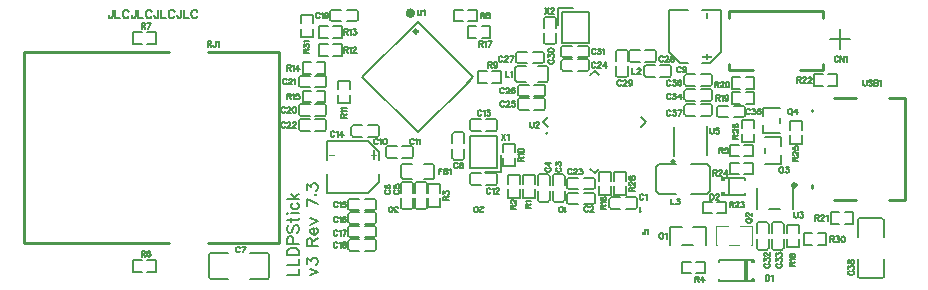
<source format=gto>
G04 Layer: TopSilkscreenLayer*
G04 EasyEDA v6.5.48, 2025-03-23 22:21:01*
G04 4241eb4d17d2401181ec35b2a8e82844,b9277fd2045942759ab1a28cc0c323af,10*
G04 Gerber Generator version 0.2*
G04 Scale: 100 percent, Rotated: No, Reflected: No *
G04 Dimensions in inches *
G04 leading zeros omitted , absolute positions ,3 integer and 6 decimal *
%FSLAX36Y36*%
%MOIN*%

%ADD10C,0.0080*%
%ADD11C,0.0060*%
%ADD12C,0.0060*%
%ADD13C,0.0060*%
%ADD14C,0.0100*%
%ADD15C,0.0079*%
%ADD16C,0.0049*%
%ADD17C,0.0098*%
%ADD18C,0.0157*%
%ADD19C,0.0118*%
%ADD20C,0.0059*%
%ADD21C,0.0125*%

%LPD*%
D10*
X2952700Y2869800D02*
G01*
X2952700Y2804400D01*
X2920000Y2837100D02*
G01*
X2985500Y2837100D01*
X528400Y2934800D02*
G01*
X528400Y2913299D01*
X527100Y2909299D01*
X525700Y2908000D01*
X523099Y2906599D01*
X520399Y2906599D01*
X517699Y2908000D01*
X516300Y2909299D01*
X515000Y2913299D01*
X515000Y2915999D01*
X537300Y2934800D02*
G01*
X537300Y2906599D01*
X537300Y2906599D02*
G01*
X553400Y2906599D01*
X582399Y2928099D02*
G01*
X580999Y2930799D01*
X578299Y2933499D01*
X575700Y2934800D01*
X570300Y2934800D01*
X567600Y2933499D01*
X564899Y2930799D01*
X563600Y2928099D01*
X562199Y2924099D01*
X562199Y2917300D01*
X563600Y2913299D01*
X564899Y2910599D01*
X567600Y2908000D01*
X570300Y2906599D01*
X575700Y2906599D01*
X578299Y2908000D01*
X580999Y2910599D01*
X582399Y2913299D01*
X604699Y2934800D02*
G01*
X604699Y2913299D01*
X603299Y2909299D01*
X601999Y2908000D01*
X599299Y2906599D01*
X596599Y2906599D01*
X593899Y2908000D01*
X592600Y2909299D01*
X591199Y2913299D01*
X591199Y2915999D01*
X613499Y2934800D02*
G01*
X613499Y2906599D01*
X613499Y2906599D02*
G01*
X629600Y2906599D01*
X658600Y2928099D02*
G01*
X657300Y2930799D01*
X654600Y2933499D01*
X651900Y2934800D01*
X646500Y2934800D01*
X643800Y2933499D01*
X641199Y2930799D01*
X639800Y2928099D01*
X638499Y2924099D01*
X638499Y2917300D01*
X639800Y2913299D01*
X641199Y2910599D01*
X643800Y2908000D01*
X646500Y2906599D01*
X651900Y2906599D01*
X654600Y2908000D01*
X657300Y2910599D01*
X658600Y2913299D01*
X680900Y2934800D02*
G01*
X680900Y2913299D01*
X679499Y2909299D01*
X678200Y2908000D01*
X675500Y2906599D01*
X672800Y2906599D01*
X670199Y2908000D01*
X668800Y2909299D01*
X667500Y2913299D01*
X667500Y2915999D01*
X689699Y2934800D02*
G01*
X689699Y2906599D01*
X689699Y2906599D02*
G01*
X705900Y2906599D01*
X734800Y2928099D02*
G01*
X733499Y2930799D01*
X730799Y2933499D01*
X728099Y2934800D01*
X722800Y2934800D01*
X720100Y2933499D01*
X717399Y2930799D01*
X716100Y2928099D01*
X714699Y2924099D01*
X714699Y2917300D01*
X716100Y2913299D01*
X717399Y2910599D01*
X720100Y2908000D01*
X722800Y2906599D01*
X728099Y2906599D01*
X730799Y2908000D01*
X733499Y2910599D01*
X734800Y2913299D01*
X757100Y2934800D02*
G01*
X757100Y2913299D01*
X755799Y2909299D01*
X754400Y2908000D01*
X751799Y2906599D01*
X749099Y2906599D01*
X746399Y2908000D01*
X745000Y2909299D01*
X743699Y2913299D01*
X743699Y2915999D01*
X766000Y2934800D02*
G01*
X766000Y2906599D01*
X766000Y2906599D02*
G01*
X782100Y2906599D01*
X811099Y2928099D02*
G01*
X809700Y2930799D01*
X807100Y2933499D01*
X804399Y2934800D01*
X798999Y2934800D01*
X796300Y2933499D01*
X793599Y2930799D01*
X792299Y2928099D01*
X790900Y2924099D01*
X790900Y2917300D01*
X792299Y2913299D01*
X793599Y2910599D01*
X796300Y2908000D01*
X798999Y2906599D01*
X804399Y2906599D01*
X807100Y2908000D01*
X809700Y2910599D01*
X811099Y2913299D01*
X1110299Y2050000D02*
G01*
X1147899Y2050000D01*
X1147899Y2050000D02*
G01*
X1147899Y2071500D01*
X1110299Y2083299D02*
G01*
X1147899Y2083299D01*
X1147899Y2083299D02*
G01*
X1147899Y2104800D01*
X1110299Y2116599D02*
G01*
X1147899Y2116599D01*
X1110299Y2116599D02*
G01*
X1110299Y2129099D01*
X1112100Y2134499D01*
X1115600Y2138000D01*
X1119200Y2139800D01*
X1124600Y2141599D01*
X1133500Y2141599D01*
X1138900Y2139800D01*
X1142500Y2138000D01*
X1146099Y2134499D01*
X1147899Y2129099D01*
X1147899Y2116599D01*
X1110299Y2153400D02*
G01*
X1147899Y2153400D01*
X1110299Y2153400D02*
G01*
X1110299Y2169499D01*
X1112100Y2174899D01*
X1113900Y2176700D01*
X1117399Y2178499D01*
X1122799Y2178499D01*
X1126400Y2176700D01*
X1128199Y2174899D01*
X1130000Y2169499D01*
X1130000Y2153400D01*
X1115600Y2215399D02*
G01*
X1112100Y2211799D01*
X1110299Y2206399D01*
X1110299Y2199200D01*
X1112100Y2193899D01*
X1115600Y2190300D01*
X1119200Y2190300D01*
X1122799Y2192100D01*
X1124600Y2193899D01*
X1126400Y2197500D01*
X1130000Y2208200D01*
X1131700Y2211799D01*
X1133500Y2213600D01*
X1137100Y2215399D01*
X1142500Y2215399D01*
X1146099Y2211799D01*
X1147899Y2206399D01*
X1147899Y2199200D01*
X1146099Y2193899D01*
X1142500Y2190300D01*
X1110299Y2232500D02*
G01*
X1140699Y2232500D01*
X1146099Y2234299D01*
X1147899Y2237899D01*
X1147899Y2241500D01*
X1122799Y2227199D02*
G01*
X1122799Y2239699D01*
X1110299Y2253299D02*
G01*
X1112100Y2255100D01*
X1110299Y2256900D01*
X1108500Y2255100D01*
X1110299Y2253299D01*
X1122799Y2255100D02*
G01*
X1147899Y2255100D01*
X1128199Y2290200D02*
G01*
X1124600Y2286599D01*
X1122799Y2283000D01*
X1122799Y2277600D01*
X1124600Y2274099D01*
X1128199Y2270500D01*
X1133500Y2268699D01*
X1137100Y2268699D01*
X1142500Y2270500D01*
X1146099Y2274099D01*
X1147899Y2277600D01*
X1147899Y2283000D01*
X1146099Y2286599D01*
X1142500Y2290200D01*
X1110299Y2301999D02*
G01*
X1147899Y2301999D01*
X1122799Y2319899D02*
G01*
X1140699Y2301999D01*
X1133500Y2309099D02*
G01*
X1147899Y2321700D01*
X1187799Y2050000D02*
G01*
X1212899Y2060700D01*
X1187799Y2071500D02*
G01*
X1212899Y2060700D01*
X1175299Y2086900D02*
G01*
X1175299Y2106500D01*
X1189600Y2095799D01*
X1189600Y2101199D01*
X1191400Y2104800D01*
X1193199Y2106500D01*
X1198500Y2108299D01*
X1202100Y2108299D01*
X1207500Y2106500D01*
X1211099Y2103000D01*
X1212899Y2097600D01*
X1212899Y2092199D01*
X1211099Y2086900D01*
X1209300Y2085100D01*
X1205699Y2083299D01*
X1175299Y2147700D02*
G01*
X1212899Y2147700D01*
X1175299Y2147700D02*
G01*
X1175299Y2163800D01*
X1177100Y2169200D01*
X1178900Y2170999D01*
X1182399Y2172800D01*
X1186000Y2172800D01*
X1189600Y2170999D01*
X1191400Y2169200D01*
X1193199Y2163800D01*
X1193199Y2147700D01*
X1193199Y2160200D02*
G01*
X1212899Y2172800D01*
X1198500Y2184600D02*
G01*
X1198500Y2205999D01*
X1195000Y2205999D01*
X1191400Y2204299D01*
X1189600Y2202500D01*
X1187799Y2198899D01*
X1187799Y2193499D01*
X1189600Y2189899D01*
X1193199Y2186399D01*
X1198500Y2184600D01*
X1202100Y2184600D01*
X1207500Y2186399D01*
X1211099Y2189899D01*
X1212899Y2193499D01*
X1212899Y2198899D01*
X1211099Y2202500D01*
X1207500Y2205999D01*
X1187799Y2217899D02*
G01*
X1212899Y2228600D01*
X1187799Y2239299D02*
G01*
X1212899Y2228600D01*
X1175299Y2303800D02*
G01*
X1212899Y2285900D01*
X1175299Y2278699D02*
G01*
X1175299Y2303800D01*
X1203900Y2317399D02*
G01*
X1205699Y2315599D01*
X1207500Y2317399D01*
X1205699Y2319099D01*
X1203900Y2317399D01*
X1175299Y2334499D02*
G01*
X1175299Y2354200D01*
X1189600Y2343499D01*
X1189600Y2348899D01*
X1191400Y2352399D01*
X1193199Y2354200D01*
X1198500Y2355999D01*
X1202100Y2355999D01*
X1207500Y2354200D01*
X1211099Y2350599D01*
X1212899Y2345300D01*
X1212899Y2339899D01*
X1211099Y2334499D01*
X1209300Y2332700D01*
X1205699Y2330999D01*
D11*
X2520015Y2319899D02*
G01*
X2520015Y2301100D01*
X2520015Y2319899D02*
G01*
X2526215Y2319899D01*
X2528914Y2319000D01*
X2530715Y2317199D01*
X2531615Y2315399D01*
X2532515Y2312700D01*
X2532515Y2308200D01*
X2531615Y2305500D01*
X2530715Y2303800D01*
X2528914Y2301999D01*
X2526215Y2301100D01*
X2520015Y2301100D01*
X2539314Y2315399D02*
G01*
X2539314Y2316300D01*
X2540214Y2318099D01*
X2541115Y2319000D01*
X2542915Y2319899D01*
X2546514Y2319899D01*
X2548315Y2319000D01*
X2549215Y2318099D01*
X2550015Y2316300D01*
X2550015Y2314499D01*
X2549215Y2312700D01*
X2547415Y2310000D01*
X2538415Y2301100D01*
X2550915Y2301100D01*
X2755399Y2409899D02*
G01*
X2753599Y2409000D01*
X2751800Y2407199D01*
X2750900Y2405399D01*
X2750000Y2402700D01*
X2750000Y2398200D01*
X2750900Y2395500D01*
X2751800Y2393800D01*
X2753599Y2391999D01*
X2755399Y2391100D01*
X2758900Y2391100D01*
X2760699Y2391999D01*
X2762500Y2393800D01*
X2763400Y2395500D01*
X2764300Y2398200D01*
X2764300Y2402700D01*
X2763400Y2405399D01*
X2762500Y2407199D01*
X2760699Y2409000D01*
X2758900Y2409899D01*
X2755399Y2409899D01*
X2758100Y2394699D02*
G01*
X2763400Y2389299D01*
X2771999Y2409899D02*
G01*
X2781899Y2409899D01*
X2776499Y2402700D01*
X2779200Y2402700D01*
X2781000Y2401799D01*
X2781899Y2400900D01*
X2782700Y2398200D01*
X2782700Y2396399D01*
X2781899Y2393800D01*
X2780100Y2391999D01*
X2777399Y2391100D01*
X2774700Y2391100D01*
X2771999Y2391999D01*
X2771099Y2392899D01*
X2770200Y2394699D01*
X2785405Y2604899D02*
G01*
X2783604Y2604000D01*
X2781805Y2602199D01*
X2780905Y2600399D01*
X2780005Y2597700D01*
X2780005Y2593200D01*
X2780905Y2590500D01*
X2781805Y2588800D01*
X2783604Y2586999D01*
X2785405Y2586100D01*
X2788905Y2586100D01*
X2790704Y2586999D01*
X2792505Y2588800D01*
X2793405Y2590500D01*
X2794305Y2593200D01*
X2794305Y2597700D01*
X2793405Y2600399D01*
X2792505Y2602199D01*
X2790704Y2604000D01*
X2788905Y2604899D01*
X2785405Y2604899D01*
X2788005Y2589699D02*
G01*
X2793405Y2584299D01*
X2809205Y2604899D02*
G01*
X2800204Y2592300D01*
X2813604Y2592300D01*
X2809205Y2604899D02*
G01*
X2809205Y2586100D01*
X2550000Y2474899D02*
G01*
X2550000Y2456100D01*
X2550000Y2474899D02*
G01*
X2558100Y2474899D01*
X2560699Y2474000D01*
X2561599Y2473099D01*
X2562500Y2471300D01*
X2562500Y2469499D01*
X2561599Y2467700D01*
X2560699Y2466799D01*
X2558100Y2465900D01*
X2550000Y2465900D01*
X2556300Y2465900D02*
G01*
X2562500Y2456100D01*
X2579200Y2474899D02*
G01*
X2570200Y2474899D01*
X2569300Y2466799D01*
X2570200Y2467700D01*
X2572899Y2468600D01*
X2575600Y2468600D01*
X2578299Y2467700D01*
X2580100Y2465900D01*
X2581000Y2463200D01*
X2581000Y2461399D01*
X2580100Y2458800D01*
X2578299Y2456999D01*
X2575600Y2456100D01*
X2572899Y2456100D01*
X2570200Y2456999D01*
X2569300Y2457899D01*
X2568400Y2459699D01*
X2530000Y2399899D02*
G01*
X2530000Y2381100D01*
X2530000Y2399899D02*
G01*
X2538100Y2399899D01*
X2540699Y2399000D01*
X2541599Y2398099D01*
X2542500Y2396300D01*
X2542500Y2394499D01*
X2541599Y2392700D01*
X2540699Y2391799D01*
X2538100Y2390900D01*
X2530000Y2390900D01*
X2536300Y2390900D02*
G01*
X2542500Y2381100D01*
X2549300Y2395399D02*
G01*
X2549300Y2396300D01*
X2550200Y2398099D01*
X2551099Y2399000D01*
X2552899Y2399899D01*
X2556499Y2399899D01*
X2558299Y2399000D01*
X2559200Y2398099D01*
X2560100Y2396300D01*
X2560100Y2394499D01*
X2559200Y2392700D01*
X2557399Y2390000D01*
X2548400Y2381100D01*
X2561000Y2381100D01*
X2575799Y2399899D02*
G01*
X2566899Y2387300D01*
X2580299Y2387300D01*
X2575799Y2399899D02*
G01*
X2575799Y2381100D01*
X2795100Y2430000D02*
G01*
X2813900Y2430000D01*
X2795100Y2430000D02*
G01*
X2795100Y2438099D01*
X2796000Y2440700D01*
X2796899Y2441599D01*
X2798699Y2442500D01*
X2800500Y2442500D01*
X2802299Y2441599D01*
X2803199Y2440700D01*
X2804099Y2438099D01*
X2804099Y2430000D01*
X2804099Y2436300D02*
G01*
X2813900Y2442500D01*
X2799600Y2449299D02*
G01*
X2798699Y2449299D01*
X2796899Y2450200D01*
X2796000Y2451100D01*
X2795100Y2452899D01*
X2795100Y2456500D01*
X2796000Y2458299D01*
X2796899Y2459200D01*
X2798699Y2460100D01*
X2800500Y2460100D01*
X2802299Y2459200D01*
X2805000Y2457399D01*
X2813900Y2448400D01*
X2813900Y2460999D01*
X2795100Y2477600D02*
G01*
X2795100Y2468699D01*
X2803199Y2467800D01*
X2802299Y2468699D01*
X2801400Y2471300D01*
X2801400Y2474000D01*
X2802299Y2476700D01*
X2804099Y2478499D01*
X2806800Y2479400D01*
X2808599Y2479400D01*
X2811199Y2478499D01*
X2813000Y2476700D01*
X2813900Y2474000D01*
X2813900Y2471300D01*
X2813000Y2468699D01*
X2812100Y2467800D01*
X2810299Y2466900D01*
X2595100Y2505000D02*
G01*
X2613900Y2505000D01*
X2595100Y2505000D02*
G01*
X2595100Y2513099D01*
X2596000Y2515700D01*
X2596899Y2516599D01*
X2598699Y2517500D01*
X2600500Y2517500D01*
X2602299Y2516599D01*
X2603199Y2515700D01*
X2604099Y2513099D01*
X2604099Y2505000D01*
X2604099Y2511300D02*
G01*
X2613900Y2517500D01*
X2599600Y2524299D02*
G01*
X2598699Y2524299D01*
X2596899Y2525200D01*
X2596000Y2526100D01*
X2595100Y2527899D01*
X2595100Y2531500D01*
X2596000Y2533299D01*
X2596899Y2534200D01*
X2598699Y2535100D01*
X2600500Y2535100D01*
X2602299Y2534200D01*
X2605000Y2532399D01*
X2613900Y2523400D01*
X2613900Y2535999D01*
X2597799Y2552600D02*
G01*
X2596000Y2551700D01*
X2595100Y2549000D01*
X2595100Y2547199D01*
X2596000Y2544499D01*
X2598699Y2542800D01*
X2603199Y2541900D01*
X2607700Y2541900D01*
X2611199Y2542800D01*
X2613000Y2544499D01*
X2613900Y2547199D01*
X2613900Y2548099D01*
X2613000Y2550799D01*
X2611199Y2552600D01*
X2608599Y2553499D01*
X2607700Y2553499D01*
X2605000Y2552600D01*
X2603199Y2550799D01*
X2602299Y2548099D01*
X2602299Y2547199D01*
X2603199Y2544499D01*
X2605000Y2542800D01*
X2607700Y2541900D01*
X2389994Y2304899D02*
G01*
X2389994Y2286100D01*
X2389994Y2286100D02*
G01*
X2400694Y2286100D01*
X2408395Y2304899D02*
G01*
X2418294Y2304899D01*
X2412894Y2297700D01*
X2415595Y2297700D01*
X2417394Y2296799D01*
X2418294Y2295900D01*
X2419194Y2293200D01*
X2419194Y2291399D01*
X2418294Y2288800D01*
X2416495Y2286999D01*
X2413795Y2286100D01*
X2411094Y2286100D01*
X2408395Y2286999D01*
X2407494Y2287899D01*
X2406594Y2289699D01*
X2423400Y2740374D02*
G01*
X2422500Y2742175D01*
X2420699Y2743975D01*
X2418900Y2744875D01*
X2415399Y2744875D01*
X2413599Y2743975D01*
X2411800Y2742175D01*
X2410900Y2740374D01*
X2410000Y2737674D01*
X2410000Y2733274D01*
X2410900Y2730574D01*
X2411800Y2728775D01*
X2413599Y2726975D01*
X2415399Y2726075D01*
X2418900Y2726075D01*
X2420699Y2726975D01*
X2422500Y2728775D01*
X2423400Y2730574D01*
X2441000Y2738575D02*
G01*
X2440100Y2735875D01*
X2438299Y2734175D01*
X2435600Y2733274D01*
X2434700Y2733274D01*
X2431999Y2734175D01*
X2430200Y2735875D01*
X2429300Y2738575D01*
X2429300Y2739475D01*
X2430200Y2742175D01*
X2431999Y2743975D01*
X2434700Y2744875D01*
X2435600Y2744875D01*
X2438299Y2743975D01*
X2440100Y2742175D01*
X2441000Y2738575D01*
X2441000Y2734175D01*
X2440100Y2729675D01*
X2438299Y2726975D01*
X2435600Y2726075D01*
X2433800Y2726075D01*
X2431099Y2726975D01*
X2430200Y2728775D01*
X1268424Y2525399D02*
G01*
X1267524Y2527199D01*
X1265725Y2529000D01*
X1263924Y2529899D01*
X1260325Y2529899D01*
X1258625Y2529000D01*
X1256824Y2527199D01*
X1255924Y2525399D01*
X1255024Y2522700D01*
X1255024Y2518200D01*
X1255924Y2515500D01*
X1256824Y2513800D01*
X1258625Y2511999D01*
X1260325Y2511100D01*
X1263924Y2511100D01*
X1265725Y2511999D01*
X1267524Y2513800D01*
X1268424Y2515500D01*
X1274324Y2526300D02*
G01*
X1276125Y2527199D01*
X1278824Y2529899D01*
X1278824Y2511100D01*
X1293625Y2529899D02*
G01*
X1284724Y2517300D01*
X1298125Y2517300D01*
X1293625Y2529899D02*
G01*
X1293625Y2511100D01*
D12*
X1615000Y2404899D02*
G01*
X1615000Y2386100D01*
X1615000Y2404899D02*
G01*
X1626599Y2404899D01*
X1615000Y2395900D02*
G01*
X1622200Y2395900D01*
X1632500Y2404899D02*
G01*
X1632500Y2386100D01*
X1632500Y2404899D02*
G01*
X1640600Y2404899D01*
X1643299Y2404000D01*
X1644200Y2403099D01*
X1645100Y2401300D01*
X1645100Y2399499D01*
X1644200Y2397700D01*
X1643299Y2396799D01*
X1640600Y2395900D01*
X1632500Y2395900D02*
G01*
X1640600Y2395900D01*
X1643299Y2395000D01*
X1644200Y2394099D01*
X1645100Y2392300D01*
X1645100Y2389699D01*
X1644200Y2387899D01*
X1643299Y2386999D01*
X1640600Y2386100D01*
X1632500Y2386100D01*
X1651000Y2401300D02*
G01*
X1652799Y2402199D01*
X1655399Y2404899D01*
X1655399Y2386100D01*
D11*
X1840000Y2729899D02*
G01*
X1840000Y2711100D01*
X1840000Y2711100D02*
G01*
X1850699Y2711100D01*
X1856599Y2726300D02*
G01*
X1858400Y2727199D01*
X1861099Y2729899D01*
X1861099Y2711100D01*
X1905100Y2275000D02*
G01*
X1923900Y2275000D01*
X1905100Y2275000D02*
G01*
X1905100Y2283099D01*
X1906000Y2285700D01*
X1906899Y2286599D01*
X1908699Y2287500D01*
X1910500Y2287500D01*
X1912299Y2286599D01*
X1913199Y2285700D01*
X1914099Y2283099D01*
X1914099Y2275000D01*
X1914099Y2281300D02*
G01*
X1923900Y2287500D01*
X1908699Y2293400D02*
G01*
X1907799Y2295200D01*
X1905100Y2297899D01*
X1923900Y2297899D01*
X1855100Y2270000D02*
G01*
X1873900Y2270000D01*
X1855100Y2270000D02*
G01*
X1855100Y2278099D01*
X1856000Y2280700D01*
X1856899Y2281599D01*
X1858699Y2282500D01*
X1860500Y2282500D01*
X1862299Y2281599D01*
X1863199Y2280700D01*
X1864099Y2278099D01*
X1864099Y2270000D01*
X1864099Y2276300D02*
G01*
X1873900Y2282500D01*
X1859600Y2289299D02*
G01*
X1858699Y2289299D01*
X1856899Y2290200D01*
X1856000Y2291100D01*
X1855100Y2292899D01*
X1855100Y2296500D01*
X1856000Y2298299D01*
X1856899Y2299200D01*
X1858699Y2300100D01*
X1860500Y2300100D01*
X1862299Y2299200D01*
X1865000Y2297399D01*
X1873900Y2288400D01*
X1873900Y2300999D01*
X1630100Y2300000D02*
G01*
X1648900Y2300000D01*
X1630100Y2300000D02*
G01*
X1630100Y2308099D01*
X1631000Y2310700D01*
X1631899Y2311599D01*
X1633699Y2312500D01*
X1635500Y2312500D01*
X1637299Y2311599D01*
X1638199Y2310700D01*
X1639099Y2308099D01*
X1639099Y2300000D01*
X1639099Y2306300D02*
G01*
X1648900Y2312500D01*
X1630100Y2320200D02*
G01*
X1630100Y2330100D01*
X1637299Y2324699D01*
X1637299Y2327399D01*
X1638199Y2329200D01*
X1639099Y2330100D01*
X1641800Y2330999D01*
X1643599Y2330999D01*
X1646199Y2330100D01*
X1648000Y2328299D01*
X1648900Y2325599D01*
X1648900Y2322899D01*
X1648000Y2320200D01*
X1647100Y2319299D01*
X1645299Y2318400D01*
X2470000Y2044899D02*
G01*
X2470000Y2026100D01*
X2470000Y2044899D02*
G01*
X2478100Y2044899D01*
X2480699Y2044000D01*
X2481599Y2043099D01*
X2482500Y2041300D01*
X2482500Y2039499D01*
X2481599Y2037699D01*
X2480699Y2036799D01*
X2478100Y2035900D01*
X2470000Y2035900D01*
X2476300Y2035900D02*
G01*
X2482500Y2026100D01*
X2497399Y2044899D02*
G01*
X2488400Y2032300D01*
X2501899Y2032300D01*
X2497399Y2044899D02*
G01*
X2497399Y2026100D01*
X625000Y2129899D02*
G01*
X625000Y2111100D01*
X625000Y2129899D02*
G01*
X633099Y2129899D01*
X635700Y2129000D01*
X636599Y2128099D01*
X637500Y2126300D01*
X637500Y2124499D01*
X636599Y2122700D01*
X635700Y2121799D01*
X633099Y2120900D01*
X625000Y2120900D01*
X631300Y2120900D02*
G01*
X637500Y2111100D01*
X654200Y2127199D02*
G01*
X653299Y2129000D01*
X650599Y2129899D01*
X648800Y2129899D01*
X646100Y2129000D01*
X644299Y2126300D01*
X643400Y2121799D01*
X643400Y2117300D01*
X644299Y2113800D01*
X646100Y2111999D01*
X648800Y2111100D01*
X649699Y2111100D01*
X652399Y2111999D01*
X654200Y2113800D01*
X655100Y2116399D01*
X655100Y2117300D01*
X654200Y2120000D01*
X652399Y2121799D01*
X649699Y2122700D01*
X648800Y2122700D01*
X646100Y2121799D01*
X644299Y2120000D01*
X643400Y2117300D01*
X625000Y2889899D02*
G01*
X625000Y2871100D01*
X625000Y2889899D02*
G01*
X633099Y2889899D01*
X635700Y2889000D01*
X636599Y2888099D01*
X637500Y2886300D01*
X637500Y2884499D01*
X636599Y2882700D01*
X635700Y2881799D01*
X633099Y2880900D01*
X625000Y2880900D01*
X631300Y2880900D02*
G01*
X637500Y2871100D01*
X655999Y2889899D02*
G01*
X646999Y2871100D01*
X643400Y2889899D02*
G01*
X655999Y2889899D01*
X1755000Y2924899D02*
G01*
X1755000Y2906100D01*
X1755000Y2924899D02*
G01*
X1763100Y2924899D01*
X1765699Y2924000D01*
X1766599Y2923099D01*
X1767500Y2921300D01*
X1767500Y2919499D01*
X1766599Y2917700D01*
X1765699Y2916799D01*
X1763100Y2915900D01*
X1755000Y2915900D01*
X1761300Y2915900D02*
G01*
X1767500Y2906100D01*
X1777899Y2924899D02*
G01*
X1775200Y2924000D01*
X1774300Y2922199D01*
X1774300Y2920399D01*
X1775200Y2918600D01*
X1776999Y2917700D01*
X1780600Y2916799D01*
X1783299Y2915900D01*
X1785100Y2914099D01*
X1786000Y2912300D01*
X1786000Y2909699D01*
X1785100Y2907899D01*
X1784200Y2906999D01*
X1781499Y2906100D01*
X1777899Y2906100D01*
X1775200Y2906999D01*
X1774300Y2907899D01*
X1773400Y2909699D01*
X1773400Y2912300D01*
X1774300Y2914099D01*
X1776099Y2915900D01*
X1778800Y2916799D01*
X1782399Y2917700D01*
X1784200Y2918600D01*
X1785100Y2920399D01*
X1785100Y2922199D01*
X1784200Y2924000D01*
X1781499Y2924899D01*
X1777899Y2924899D01*
X1780000Y2759899D02*
G01*
X1780000Y2741100D01*
X1780000Y2759899D02*
G01*
X1788100Y2759899D01*
X1790699Y2759000D01*
X1791599Y2758099D01*
X1792500Y2756300D01*
X1792500Y2754499D01*
X1791599Y2752700D01*
X1790699Y2751799D01*
X1788100Y2750900D01*
X1780000Y2750900D01*
X1786300Y2750900D02*
G01*
X1792500Y2741100D01*
X1810100Y2753600D02*
G01*
X1809200Y2750900D01*
X1807399Y2749099D01*
X1804700Y2748200D01*
X1803800Y2748200D01*
X1801099Y2749099D01*
X1799300Y2750900D01*
X1798400Y2753600D01*
X1798400Y2754499D01*
X1799300Y2757199D01*
X1801099Y2759000D01*
X1803800Y2759899D01*
X1804700Y2759899D01*
X1807399Y2759000D01*
X1809200Y2757199D01*
X1810100Y2753600D01*
X1810100Y2749099D01*
X1809200Y2744699D01*
X1807399Y2741999D01*
X1804700Y2741100D01*
X1802899Y2741100D01*
X1800200Y2741999D01*
X1799300Y2743800D01*
X1880100Y2430000D02*
G01*
X1898900Y2430000D01*
X1880100Y2430000D02*
G01*
X1880100Y2438099D01*
X1881000Y2440700D01*
X1881899Y2441599D01*
X1883699Y2442500D01*
X1885500Y2442500D01*
X1887299Y2441599D01*
X1888199Y2440700D01*
X1889099Y2438099D01*
X1889099Y2430000D01*
X1889099Y2436300D02*
G01*
X1898900Y2442500D01*
X1883699Y2448400D02*
G01*
X1882799Y2450200D01*
X1880100Y2452899D01*
X1898900Y2452899D01*
X1880100Y2464200D02*
G01*
X1881000Y2461500D01*
X1883699Y2459699D01*
X1888199Y2458800D01*
X1890900Y2458800D01*
X1895299Y2459699D01*
X1898000Y2461500D01*
X1898900Y2464200D01*
X1898900Y2465999D01*
X1898000Y2468699D01*
X1895299Y2470399D01*
X1890900Y2471300D01*
X1888199Y2471300D01*
X1883699Y2470399D01*
X1881000Y2468699D01*
X1880100Y2465999D01*
X1880100Y2464200D01*
X1290100Y2575000D02*
G01*
X1308900Y2575000D01*
X1290100Y2575000D02*
G01*
X1290100Y2583099D01*
X1291000Y2585700D01*
X1291899Y2586599D01*
X1293699Y2587500D01*
X1295500Y2587500D01*
X1297299Y2586599D01*
X1298199Y2585700D01*
X1299099Y2583099D01*
X1299099Y2575000D01*
X1299099Y2581300D02*
G01*
X1308900Y2587500D01*
X1293699Y2593400D02*
G01*
X1292799Y2595200D01*
X1290100Y2597899D01*
X1308900Y2597899D01*
X1293699Y2603800D02*
G01*
X1292799Y2605599D01*
X1290100Y2608299D01*
X1308900Y2608299D01*
X1300000Y2809899D02*
G01*
X1300000Y2791100D01*
X1300000Y2809899D02*
G01*
X1308100Y2809899D01*
X1310699Y2809000D01*
X1311599Y2808099D01*
X1312500Y2806300D01*
X1312500Y2804499D01*
X1311599Y2802700D01*
X1310699Y2801799D01*
X1308100Y2800900D01*
X1300000Y2800900D01*
X1306300Y2800900D02*
G01*
X1312500Y2791100D01*
X1318400Y2806300D02*
G01*
X1320200Y2807199D01*
X1322899Y2809899D01*
X1322899Y2791100D01*
X1329700Y2805399D02*
G01*
X1329700Y2806300D01*
X1330600Y2808099D01*
X1331499Y2809000D01*
X1333299Y2809899D01*
X1336899Y2809899D01*
X1338699Y2809000D01*
X1339499Y2808099D01*
X1340399Y2806300D01*
X1340399Y2804499D01*
X1339499Y2802700D01*
X1337799Y2800000D01*
X1328800Y2791100D01*
X1341300Y2791100D01*
X1300000Y2869899D02*
G01*
X1300000Y2851100D01*
X1300000Y2869899D02*
G01*
X1308100Y2869899D01*
X1310699Y2869000D01*
X1311599Y2868099D01*
X1312500Y2866300D01*
X1312500Y2864499D01*
X1311599Y2862700D01*
X1310699Y2861799D01*
X1308100Y2860900D01*
X1300000Y2860900D01*
X1306300Y2860900D02*
G01*
X1312500Y2851100D01*
X1318400Y2866300D02*
G01*
X1320200Y2867199D01*
X1322899Y2869899D01*
X1322899Y2851100D01*
X1330600Y2869899D02*
G01*
X1340399Y2869899D01*
X1335100Y2862700D01*
X1337799Y2862700D01*
X1339499Y2861799D01*
X1340399Y2860900D01*
X1341300Y2858200D01*
X1341300Y2856399D01*
X1340399Y2853800D01*
X1338699Y2851999D01*
X1336000Y2851100D01*
X1333299Y2851100D01*
X1330600Y2851999D01*
X1329700Y2852899D01*
X1328800Y2854699D01*
X1110000Y2749899D02*
G01*
X1110000Y2731100D01*
X1110000Y2749899D02*
G01*
X1118100Y2749899D01*
X1120699Y2749000D01*
X1121599Y2748099D01*
X1122500Y2746300D01*
X1122500Y2744499D01*
X1121599Y2742700D01*
X1120699Y2741799D01*
X1118100Y2740900D01*
X1110000Y2740900D01*
X1116300Y2740900D02*
G01*
X1122500Y2731100D01*
X1128400Y2746300D02*
G01*
X1130200Y2747199D01*
X1132899Y2749899D01*
X1132899Y2731100D01*
X1147799Y2749899D02*
G01*
X1138800Y2737300D01*
X1152200Y2737300D01*
X1147799Y2749899D02*
G01*
X1147799Y2731100D01*
X1110000Y2654899D02*
G01*
X1110000Y2636100D01*
X1110000Y2654899D02*
G01*
X1118100Y2654899D01*
X1120699Y2654000D01*
X1121599Y2653099D01*
X1122500Y2651300D01*
X1122500Y2649499D01*
X1121599Y2647700D01*
X1120699Y2646799D01*
X1118100Y2645900D01*
X1110000Y2645900D01*
X1116300Y2645900D02*
G01*
X1122500Y2636100D01*
X1128400Y2651300D02*
G01*
X1130200Y2652199D01*
X1132899Y2654899D01*
X1132899Y2636100D01*
X1149499Y2654899D02*
G01*
X1140600Y2654899D01*
X1139700Y2646799D01*
X1140600Y2647700D01*
X1143299Y2648600D01*
X1146000Y2648600D01*
X1148699Y2647700D01*
X1150399Y2645900D01*
X1151300Y2643200D01*
X1151300Y2641399D01*
X1150399Y2638800D01*
X1148699Y2636999D01*
X1146000Y2636100D01*
X1143299Y2636100D01*
X1140600Y2636999D01*
X1139700Y2637899D01*
X1138800Y2639699D01*
X2155100Y2270000D02*
G01*
X2173900Y2270000D01*
X2155100Y2270000D02*
G01*
X2155100Y2278099D01*
X2156000Y2280700D01*
X2156899Y2281599D01*
X2158699Y2282500D01*
X2160500Y2282500D01*
X2162299Y2281599D01*
X2163199Y2280700D01*
X2164099Y2278099D01*
X2164099Y2270000D01*
X2164099Y2276300D02*
G01*
X2173900Y2282500D01*
X2158699Y2288400D02*
G01*
X2157799Y2290200D01*
X2155100Y2292899D01*
X2173900Y2292899D01*
X2157799Y2309499D02*
G01*
X2156000Y2308699D01*
X2155100Y2305999D01*
X2155100Y2304200D01*
X2156000Y2301500D01*
X2158699Y2299699D01*
X2163199Y2298800D01*
X2167700Y2298800D01*
X2171199Y2299699D01*
X2173000Y2301500D01*
X2173900Y2304200D01*
X2173900Y2305100D01*
X2173000Y2307800D01*
X2171199Y2309499D01*
X2168599Y2310399D01*
X2167700Y2310399D01*
X2165000Y2309499D01*
X2163199Y2307800D01*
X2162299Y2305100D01*
X2162299Y2304200D01*
X2163199Y2301500D01*
X2165000Y2299699D01*
X2167700Y2298800D01*
X1750000Y2829899D02*
G01*
X1750000Y2811100D01*
X1750000Y2829899D02*
G01*
X1758100Y2829899D01*
X1760699Y2829000D01*
X1761599Y2828099D01*
X1762500Y2826300D01*
X1762500Y2824499D01*
X1761599Y2822700D01*
X1760699Y2821799D01*
X1758100Y2820900D01*
X1750000Y2820900D01*
X1756300Y2820900D02*
G01*
X1762500Y2811100D01*
X1768400Y2826300D02*
G01*
X1770200Y2827199D01*
X1772899Y2829899D01*
X1772899Y2811100D01*
X1791300Y2829899D02*
G01*
X1782399Y2811100D01*
X1778800Y2829899D02*
G01*
X1791300Y2829899D01*
X2785100Y2080000D02*
G01*
X2803900Y2080000D01*
X2785100Y2080000D02*
G01*
X2785100Y2088099D01*
X2786000Y2090700D01*
X2786899Y2091599D01*
X2788699Y2092500D01*
X2790500Y2092500D01*
X2792299Y2091599D01*
X2793199Y2090700D01*
X2794099Y2088099D01*
X2794099Y2080000D01*
X2794099Y2086300D02*
G01*
X2803900Y2092500D01*
X2788699Y2098400D02*
G01*
X2787799Y2100200D01*
X2785100Y2102899D01*
X2803900Y2102899D01*
X2785100Y2113299D02*
G01*
X2786000Y2110599D01*
X2787799Y2109699D01*
X2789600Y2109699D01*
X2791400Y2110599D01*
X2792299Y2112399D01*
X2793199Y2115999D01*
X2794099Y2118699D01*
X2795900Y2120399D01*
X2797700Y2121300D01*
X2800299Y2121300D01*
X2802100Y2120399D01*
X2803000Y2119499D01*
X2803900Y2116900D01*
X2803900Y2113299D01*
X2803000Y2110599D01*
X2802100Y2109699D01*
X2800299Y2108800D01*
X2797700Y2108800D01*
X2795900Y2109699D01*
X2794099Y2111500D01*
X2793199Y2114200D01*
X2792299Y2117800D01*
X2791400Y2119499D01*
X2789600Y2120399D01*
X2787799Y2120399D01*
X2786000Y2119499D01*
X2785100Y2116900D01*
X2785100Y2113299D01*
X2540000Y2649899D02*
G01*
X2540000Y2631100D01*
X2540000Y2649899D02*
G01*
X2548100Y2649899D01*
X2550699Y2649000D01*
X2551599Y2648099D01*
X2552500Y2646300D01*
X2552500Y2644499D01*
X2551599Y2642700D01*
X2550699Y2641799D01*
X2548100Y2640900D01*
X2540000Y2640900D01*
X2546300Y2640900D02*
G01*
X2552500Y2631100D01*
X2558400Y2646300D02*
G01*
X2560200Y2647199D01*
X2562899Y2649899D01*
X2562899Y2631100D01*
X2580399Y2643600D02*
G01*
X2579499Y2640900D01*
X2577799Y2639099D01*
X2575100Y2638200D01*
X2574200Y2638200D01*
X2571499Y2639099D01*
X2569700Y2640900D01*
X2568800Y2643600D01*
X2568800Y2644499D01*
X2569700Y2647199D01*
X2571499Y2649000D01*
X2574200Y2649899D01*
X2575100Y2649899D01*
X2577799Y2649000D01*
X2579499Y2647199D01*
X2580399Y2643600D01*
X2580399Y2639099D01*
X2579499Y2634699D01*
X2577799Y2631999D01*
X2575100Y2631100D01*
X2573299Y2631100D01*
X2570600Y2631999D01*
X2569700Y2633800D01*
X2535000Y2694899D02*
G01*
X2535000Y2676100D01*
X2535000Y2694899D02*
G01*
X2543100Y2694899D01*
X2545699Y2694000D01*
X2546599Y2693099D01*
X2547500Y2691300D01*
X2547500Y2689499D01*
X2546599Y2687700D01*
X2545699Y2686799D01*
X2543100Y2685900D01*
X2535000Y2685900D01*
X2541300Y2685900D02*
G01*
X2547500Y2676100D01*
X2554300Y2690399D02*
G01*
X2554300Y2691300D01*
X2555200Y2693099D01*
X2556099Y2694000D01*
X2557899Y2694899D01*
X2561499Y2694899D01*
X2563299Y2694000D01*
X2564200Y2693099D01*
X2565100Y2691300D01*
X2565100Y2689499D01*
X2564200Y2687700D01*
X2562399Y2685000D01*
X2553400Y2676100D01*
X2566000Y2676100D01*
X2577200Y2694899D02*
G01*
X2574499Y2694000D01*
X2572799Y2691300D01*
X2571899Y2686799D01*
X2571899Y2684099D01*
X2572799Y2679699D01*
X2574499Y2676999D01*
X2577200Y2676100D01*
X2578999Y2676100D01*
X2581700Y2676999D01*
X2583500Y2679699D01*
X2584399Y2684099D01*
X2584399Y2686799D01*
X2583500Y2691300D01*
X2581700Y2694000D01*
X2578999Y2694899D01*
X2577200Y2694899D01*
X2870000Y2249899D02*
G01*
X2870000Y2231100D01*
X2870000Y2249899D02*
G01*
X2878100Y2249899D01*
X2880699Y2249000D01*
X2881599Y2248099D01*
X2882500Y2246300D01*
X2882500Y2244499D01*
X2881599Y2242700D01*
X2880699Y2241799D01*
X2878100Y2240900D01*
X2870000Y2240900D01*
X2876300Y2240900D02*
G01*
X2882500Y2231100D01*
X2889300Y2245399D02*
G01*
X2889300Y2246300D01*
X2890200Y2248099D01*
X2891099Y2249000D01*
X2892899Y2249899D01*
X2896499Y2249899D01*
X2898299Y2249000D01*
X2899200Y2248099D01*
X2900100Y2246300D01*
X2900100Y2244499D01*
X2899200Y2242700D01*
X2897399Y2240000D01*
X2888400Y2231100D01*
X2901000Y2231100D01*
X2906899Y2246300D02*
G01*
X2908699Y2247199D01*
X2911300Y2249899D01*
X2911300Y2231100D01*
X2810000Y2709899D02*
G01*
X2810000Y2691100D01*
X2810000Y2709899D02*
G01*
X2818100Y2709899D01*
X2820699Y2709000D01*
X2821599Y2708099D01*
X2822500Y2706300D01*
X2822500Y2704499D01*
X2821599Y2702700D01*
X2820699Y2701799D01*
X2818100Y2700900D01*
X2810000Y2700900D01*
X2816300Y2700900D02*
G01*
X2822500Y2691100D01*
X2829300Y2705399D02*
G01*
X2829300Y2706300D01*
X2830200Y2708099D01*
X2831099Y2709000D01*
X2832899Y2709899D01*
X2836499Y2709899D01*
X2838299Y2709000D01*
X2839200Y2708099D01*
X2840100Y2706300D01*
X2840100Y2704499D01*
X2839200Y2702700D01*
X2837399Y2700000D01*
X2828400Y2691100D01*
X2841000Y2691100D01*
X2847799Y2705399D02*
G01*
X2847799Y2706300D01*
X2848699Y2708099D01*
X2849499Y2709000D01*
X2851300Y2709899D01*
X2854899Y2709899D01*
X2856700Y2709000D01*
X2857600Y2708099D01*
X2858500Y2706300D01*
X2858500Y2704499D01*
X2857600Y2702700D01*
X2855799Y2700000D01*
X2846899Y2691100D01*
X2859399Y2691100D01*
X2585000Y2294899D02*
G01*
X2585000Y2276100D01*
X2585000Y2294899D02*
G01*
X2593100Y2294899D01*
X2595699Y2294000D01*
X2596599Y2293099D01*
X2597500Y2291300D01*
X2597500Y2289499D01*
X2596599Y2287700D01*
X2595699Y2286799D01*
X2593100Y2285900D01*
X2585000Y2285900D01*
X2591300Y2285900D02*
G01*
X2597500Y2276100D01*
X2604300Y2290399D02*
G01*
X2604300Y2291300D01*
X2605200Y2293099D01*
X2606099Y2294000D01*
X2607899Y2294899D01*
X2611499Y2294899D01*
X2613299Y2294000D01*
X2614200Y2293099D01*
X2615100Y2291300D01*
X2615100Y2289499D01*
X2614200Y2287700D01*
X2612399Y2285000D01*
X2603400Y2276100D01*
X2616000Y2276100D01*
X2623699Y2294899D02*
G01*
X2633500Y2294899D01*
X2628100Y2287700D01*
X2630799Y2287700D01*
X2632600Y2286799D01*
X2633500Y2285900D01*
X2634399Y2283200D01*
X2634399Y2281399D01*
X2633500Y2278800D01*
X2631700Y2276999D01*
X2628999Y2276100D01*
X2626300Y2276100D01*
X2623699Y2276999D01*
X2622799Y2277899D01*
X2621899Y2279699D01*
X2250100Y2330000D02*
G01*
X2268900Y2330000D01*
X2250100Y2330000D02*
G01*
X2250100Y2338099D01*
X2251000Y2340700D01*
X2251899Y2341599D01*
X2253699Y2342500D01*
X2255500Y2342500D01*
X2257299Y2341599D01*
X2258199Y2340700D01*
X2259099Y2338099D01*
X2259099Y2330000D01*
X2259099Y2336300D02*
G01*
X2268900Y2342500D01*
X2254600Y2349299D02*
G01*
X2253699Y2349299D01*
X2251899Y2350200D01*
X2251000Y2351100D01*
X2250100Y2352899D01*
X2250100Y2356500D01*
X2251000Y2358299D01*
X2251899Y2359200D01*
X2253699Y2360100D01*
X2255500Y2360100D01*
X2257299Y2359200D01*
X2260000Y2357399D01*
X2268900Y2348400D01*
X2268900Y2360999D01*
X2250100Y2371300D02*
G01*
X2251000Y2368699D01*
X2252799Y2367800D01*
X2254600Y2367800D01*
X2256400Y2368699D01*
X2257299Y2370399D01*
X2258199Y2374000D01*
X2259099Y2376700D01*
X2260900Y2378499D01*
X2262700Y2379400D01*
X2265299Y2379400D01*
X2267100Y2378499D01*
X2268000Y2377600D01*
X2268900Y2374899D01*
X2268900Y2371300D01*
X2268000Y2368699D01*
X2267100Y2367800D01*
X2265299Y2366900D01*
X2262700Y2366900D01*
X2260900Y2367800D01*
X2259099Y2369499D01*
X2258199Y2372199D01*
X2257299Y2375799D01*
X2256400Y2377600D01*
X2254600Y2378499D01*
X2252799Y2378499D01*
X2251000Y2377600D01*
X2250100Y2374899D01*
X2250100Y2371300D01*
X2920600Y2178899D02*
G01*
X2920600Y2160100D01*
X2920600Y2178899D02*
G01*
X2928699Y2178899D01*
X2931300Y2178000D01*
X2932200Y2177100D01*
X2933100Y2175300D01*
X2933100Y2173499D01*
X2932200Y2171700D01*
X2931300Y2170799D01*
X2928699Y2169899D01*
X2920600Y2169899D01*
X2926899Y2169899D02*
G01*
X2933100Y2160100D01*
X2940799Y2178899D02*
G01*
X2950699Y2178899D01*
X2945299Y2171700D01*
X2948000Y2171700D01*
X2949799Y2170799D01*
X2950699Y2169899D01*
X2951599Y2167199D01*
X2951599Y2165399D01*
X2950699Y2162800D01*
X2948900Y2160999D01*
X2946199Y2160100D01*
X2943500Y2160100D01*
X2940799Y2160999D01*
X2939899Y2161900D01*
X2938999Y2163699D01*
X2962799Y2178899D02*
G01*
X2960100Y2178000D01*
X2958400Y2175300D01*
X2957500Y2170799D01*
X2957500Y2168099D01*
X2958400Y2163699D01*
X2960100Y2160999D01*
X2962799Y2160100D01*
X2964600Y2160100D01*
X2967299Y2160999D01*
X2969099Y2163699D01*
X2970000Y2168099D01*
X2970000Y2170799D01*
X2969099Y2175300D01*
X2967299Y2178000D01*
X2964600Y2178899D01*
X2962799Y2178899D01*
X1165100Y2790000D02*
G01*
X1183900Y2790000D01*
X1165100Y2790000D02*
G01*
X1165100Y2798099D01*
X1166000Y2800700D01*
X1166899Y2801599D01*
X1168699Y2802500D01*
X1170500Y2802500D01*
X1172299Y2801599D01*
X1173199Y2800700D01*
X1174099Y2798099D01*
X1174099Y2790000D01*
X1174099Y2796300D02*
G01*
X1183900Y2802500D01*
X1165100Y2810200D02*
G01*
X1165100Y2820100D01*
X1172299Y2814699D01*
X1172299Y2817399D01*
X1173199Y2819200D01*
X1174099Y2820100D01*
X1176800Y2820999D01*
X1178599Y2820999D01*
X1181199Y2820100D01*
X1183000Y2818299D01*
X1183900Y2815599D01*
X1183900Y2812899D01*
X1183000Y2810200D01*
X1182100Y2809299D01*
X1180299Y2808400D01*
X1168699Y2826900D02*
G01*
X1167799Y2828699D01*
X1165100Y2831300D01*
X1183900Y2831300D01*
X3030000Y2699899D02*
G01*
X3030000Y2686399D01*
X3030900Y2683800D01*
X3032700Y2681999D01*
X3035399Y2681100D01*
X3037200Y2681100D01*
X3039799Y2681999D01*
X3041599Y2683800D01*
X3042500Y2686399D01*
X3042500Y2699899D01*
X3061000Y2697199D02*
G01*
X3059200Y2699000D01*
X3056499Y2699899D01*
X3052899Y2699899D01*
X3050200Y2699000D01*
X3048400Y2697199D01*
X3048400Y2695399D01*
X3049300Y2693600D01*
X3050200Y2692700D01*
X3051999Y2691799D01*
X3057399Y2690000D01*
X3059200Y2689099D01*
X3060100Y2688200D01*
X3061000Y2686399D01*
X3061000Y2683800D01*
X3059200Y2681999D01*
X3056499Y2681100D01*
X3052899Y2681100D01*
X3050200Y2681999D01*
X3048400Y2683800D01*
X3066899Y2699899D02*
G01*
X3066899Y2681100D01*
X3066899Y2699899D02*
G01*
X3074899Y2699899D01*
X3077600Y2699000D01*
X3078500Y2698099D01*
X3079399Y2696300D01*
X3079399Y2694499D01*
X3078500Y2692700D01*
X3077600Y2691799D01*
X3074899Y2690900D01*
X3066899Y2690900D02*
G01*
X3074899Y2690900D01*
X3077600Y2690000D01*
X3078500Y2689099D01*
X3079399Y2687300D01*
X3079399Y2684699D01*
X3078500Y2682899D01*
X3077600Y2681999D01*
X3074899Y2681100D01*
X3066899Y2681100D01*
X3085299Y2696300D02*
G01*
X3087100Y2697199D01*
X3089799Y2699899D01*
X3089799Y2681100D01*
X2388400Y2595399D02*
G01*
X2387500Y2597199D01*
X2385699Y2599000D01*
X2383900Y2599899D01*
X2380399Y2599899D01*
X2378599Y2599000D01*
X2376800Y2597199D01*
X2375900Y2595399D01*
X2375000Y2592700D01*
X2375000Y2588200D01*
X2375900Y2585500D01*
X2376800Y2583800D01*
X2378599Y2581999D01*
X2380399Y2581100D01*
X2383900Y2581100D01*
X2385699Y2581999D01*
X2387500Y2583800D01*
X2388400Y2585500D01*
X2396099Y2599899D02*
G01*
X2406000Y2599899D01*
X2400600Y2592700D01*
X2403299Y2592700D01*
X2405100Y2591799D01*
X2406000Y2590900D01*
X2406899Y2588200D01*
X2406899Y2586399D01*
X2406000Y2583800D01*
X2404200Y2581999D01*
X2401499Y2581100D01*
X2398800Y2581100D01*
X2396099Y2581999D01*
X2395200Y2582899D01*
X2394300Y2584699D01*
X2425299Y2599899D02*
G01*
X2416300Y2581100D01*
X2412799Y2599899D02*
G01*
X2425299Y2599899D01*
X2520000Y2539899D02*
G01*
X2520000Y2526399D01*
X2520900Y2523800D01*
X2522700Y2521999D01*
X2525399Y2521100D01*
X2527200Y2521100D01*
X2529799Y2521999D01*
X2531599Y2523800D01*
X2532500Y2526399D01*
X2532500Y2539899D01*
X2549200Y2539899D02*
G01*
X2540200Y2539899D01*
X2539300Y2531799D01*
X2540200Y2532700D01*
X2542899Y2533600D01*
X2545600Y2533600D01*
X2548299Y2532700D01*
X2550100Y2530900D01*
X2551000Y2528200D01*
X2551000Y2526399D01*
X2550100Y2523800D01*
X2548299Y2521999D01*
X2545600Y2521100D01*
X2542899Y2521100D01*
X2540200Y2521999D01*
X2539300Y2522899D01*
X2538400Y2524699D01*
X2653400Y2600399D02*
G01*
X2652500Y2602199D01*
X2650699Y2604000D01*
X2648900Y2604899D01*
X2645399Y2604899D01*
X2643599Y2604000D01*
X2641800Y2602199D01*
X2640900Y2600399D01*
X2640000Y2597700D01*
X2640000Y2593200D01*
X2640900Y2590500D01*
X2641800Y2588800D01*
X2643599Y2586999D01*
X2645399Y2586100D01*
X2648900Y2586100D01*
X2650699Y2586999D01*
X2652500Y2588800D01*
X2653400Y2590500D01*
X2661099Y2604899D02*
G01*
X2671000Y2604899D01*
X2665600Y2597700D01*
X2668299Y2597700D01*
X2670100Y2596799D01*
X2671000Y2595900D01*
X2671899Y2593200D01*
X2671899Y2591399D01*
X2671000Y2588800D01*
X2669200Y2586999D01*
X2666499Y2586100D01*
X2663800Y2586100D01*
X2661099Y2586999D01*
X2660200Y2587899D01*
X2659300Y2589699D01*
X2688500Y2604899D02*
G01*
X2679499Y2604899D01*
X2678699Y2596799D01*
X2679499Y2597700D01*
X2682200Y2598600D01*
X2684899Y2598600D01*
X2687600Y2597700D01*
X2689399Y2595900D01*
X2690299Y2593200D01*
X2690299Y2591399D01*
X2689399Y2588800D01*
X2687600Y2586999D01*
X2684899Y2586100D01*
X2682200Y2586100D01*
X2679499Y2586999D01*
X2678699Y2587899D01*
X2677799Y2589699D01*
X845000Y2829899D02*
G01*
X845000Y2811100D01*
X845000Y2829899D02*
G01*
X853100Y2829899D01*
X855699Y2829000D01*
X856599Y2828099D01*
X857500Y2826300D01*
X857500Y2824499D01*
X856599Y2822700D01*
X855699Y2821799D01*
X853100Y2820900D01*
X845000Y2820900D01*
X851300Y2820900D02*
G01*
X857500Y2811100D01*
X872399Y2829899D02*
G01*
X872399Y2815500D01*
X871499Y2812899D01*
X870600Y2811999D01*
X868800Y2811100D01*
X866999Y2811100D01*
X865200Y2811999D01*
X864300Y2812899D01*
X863400Y2815500D01*
X863400Y2817300D01*
X878299Y2826300D02*
G01*
X880100Y2827199D01*
X882799Y2829899D01*
X882799Y2811100D01*
X2260000Y2739899D02*
G01*
X2260000Y2721100D01*
X2260000Y2721100D02*
G01*
X2270699Y2721100D01*
X2277500Y2735399D02*
G01*
X2277500Y2736300D01*
X2278400Y2738099D01*
X2279300Y2739000D01*
X2281099Y2739899D01*
X2284700Y2739899D01*
X2286499Y2739000D01*
X2287399Y2738099D01*
X2288299Y2736300D01*
X2288299Y2734499D01*
X2287399Y2732700D01*
X2285600Y2730000D01*
X2276599Y2721100D01*
X2289200Y2721100D01*
X2744600Y2088400D02*
G01*
X2742799Y2087500D01*
X2741000Y2085700D01*
X2740100Y2083899D01*
X2740100Y2080399D01*
X2741000Y2078600D01*
X2742799Y2076799D01*
X2744600Y2075900D01*
X2747299Y2075000D01*
X2751800Y2075000D01*
X2754499Y2075900D01*
X2756199Y2076799D01*
X2758000Y2078600D01*
X2758900Y2080399D01*
X2758900Y2083899D01*
X2758000Y2085700D01*
X2756199Y2087500D01*
X2754499Y2088400D01*
X2740100Y2096100D02*
G01*
X2740100Y2105999D01*
X2747299Y2100599D01*
X2747299Y2103299D01*
X2748199Y2105100D01*
X2749099Y2105999D01*
X2751800Y2106900D01*
X2753599Y2106900D01*
X2756199Y2105999D01*
X2758000Y2104200D01*
X2758900Y2101500D01*
X2758900Y2098800D01*
X2758000Y2096100D01*
X2757100Y2095199D01*
X2755299Y2094299D01*
X2740100Y2114499D02*
G01*
X2740100Y2124400D01*
X2747299Y2119000D01*
X2747299Y2121700D01*
X2748199Y2123499D01*
X2749099Y2124400D01*
X2751800Y2125300D01*
X2753599Y2125300D01*
X2756199Y2124400D01*
X2758000Y2122600D01*
X2758900Y2119899D01*
X2758900Y2117199D01*
X2758000Y2114499D01*
X2757100Y2113699D01*
X2755299Y2112800D01*
X2705000Y2049899D02*
G01*
X2705000Y2031100D01*
X2705000Y2049899D02*
G01*
X2711300Y2049899D01*
X2713900Y2049000D01*
X2715699Y2047199D01*
X2716599Y2045399D01*
X2717500Y2042699D01*
X2717500Y2038200D01*
X2716599Y2035500D01*
X2715699Y2033800D01*
X2713900Y2031999D01*
X2711300Y2031100D01*
X2705000Y2031100D01*
X2723400Y2046300D02*
G01*
X2725200Y2047199D01*
X2727899Y2049899D01*
X2727899Y2031100D01*
X2640100Y2230399D02*
G01*
X2641000Y2228600D01*
X2642799Y2226799D01*
X2644600Y2225900D01*
X2647299Y2225000D01*
X2651800Y2225000D01*
X2654499Y2225900D01*
X2656199Y2226799D01*
X2658000Y2228600D01*
X2658900Y2230399D01*
X2658900Y2233899D01*
X2658000Y2235700D01*
X2656199Y2237500D01*
X2654499Y2238400D01*
X2651800Y2239299D01*
X2647299Y2239299D01*
X2644600Y2238400D01*
X2642799Y2237500D01*
X2641000Y2235700D01*
X2640100Y2233899D01*
X2640100Y2230399D01*
X2655299Y2233099D02*
G01*
X2660699Y2238400D01*
X2644600Y2246100D02*
G01*
X2643699Y2246100D01*
X2641899Y2246999D01*
X2641000Y2247899D01*
X2640100Y2249699D01*
X2640100Y2253299D01*
X2641000Y2255100D01*
X2641899Y2255999D01*
X2643699Y2256900D01*
X2645500Y2256900D01*
X2647299Y2255999D01*
X2650000Y2254200D01*
X2658900Y2245200D01*
X2658900Y2257700D01*
X2800000Y2259899D02*
G01*
X2800000Y2246399D01*
X2800900Y2243800D01*
X2802700Y2241999D01*
X2805399Y2241100D01*
X2807200Y2241100D01*
X2809799Y2241999D01*
X2811599Y2243800D01*
X2812500Y2246399D01*
X2812500Y2259899D01*
X2820200Y2259899D02*
G01*
X2830100Y2259899D01*
X2824700Y2252700D01*
X2827399Y2252700D01*
X2829200Y2251799D01*
X2830100Y2250900D01*
X2831000Y2248200D01*
X2831000Y2246399D01*
X2830100Y2243800D01*
X2828299Y2241999D01*
X2825600Y2241100D01*
X2822899Y2241100D01*
X2820200Y2241999D01*
X2819300Y2242899D01*
X2818400Y2244699D01*
X2303900Y2204899D02*
G01*
X2303900Y2190500D01*
X2303100Y2187899D01*
X2302200Y2186999D01*
X2300399Y2186100D01*
X2298599Y2186100D01*
X2296800Y2186999D01*
X2295900Y2187899D01*
X2295000Y2190500D01*
X2295000Y2192300D01*
X2309899Y2201300D02*
G01*
X2311599Y2202199D01*
X2314300Y2204899D01*
X2314300Y2186100D01*
X2290000Y2262700D02*
G01*
X2288199Y2261799D01*
X2285500Y2259099D01*
X2285500Y2278200D01*
X2040000Y2262700D02*
G01*
X2038199Y2261799D01*
X2035500Y2259099D01*
X2035500Y2278200D01*
X2023999Y2259099D02*
G01*
X2026700Y2260000D01*
X2028500Y2262700D01*
X2029499Y2267300D01*
X2029499Y2270000D01*
X2028500Y2274499D01*
X2026700Y2277300D01*
X2023999Y2278200D01*
X2022200Y2278200D01*
X2019499Y2277300D01*
X2017600Y2274499D01*
X2016700Y2270000D01*
X2016700Y2267300D01*
X2017600Y2262700D01*
X2019499Y2260000D01*
X2022200Y2259099D01*
X2023999Y2259099D01*
X1764099Y2263600D02*
G01*
X1764099Y2262700D01*
X1763199Y2260900D01*
X1762299Y2260000D01*
X1760500Y2259099D01*
X1756800Y2259099D01*
X1755000Y2260000D01*
X1754099Y2260900D01*
X1753199Y2262700D01*
X1753199Y2264499D01*
X1754099Y2266399D01*
X1755900Y2269099D01*
X1765000Y2278200D01*
X1752299Y2278200D01*
X1740799Y2259099D02*
G01*
X1743500Y2260000D01*
X1745399Y2262700D01*
X1746300Y2267300D01*
X1746300Y2270000D01*
X1745399Y2274499D01*
X1743500Y2277300D01*
X1740799Y2278200D01*
X1738999Y2278200D01*
X1736300Y2277300D01*
X1734499Y2274499D01*
X1733500Y2270000D01*
X1733500Y2267300D01*
X1734499Y2262700D01*
X1736300Y2260000D01*
X1738999Y2259099D01*
X1740799Y2259099D01*
X1478199Y2259099D02*
G01*
X1468199Y2259099D01*
X1473599Y2266399D01*
X1470900Y2266399D01*
X1469099Y2267300D01*
X1468199Y2268200D01*
X1467299Y2270900D01*
X1467299Y2272700D01*
X1468199Y2275500D01*
X1470000Y2277300D01*
X1472700Y2278200D01*
X1475500Y2278200D01*
X1478199Y2277300D01*
X1479099Y2276399D01*
X1480000Y2274499D01*
X1455799Y2259099D02*
G01*
X1458500Y2260000D01*
X1460399Y2262700D01*
X1461300Y2267300D01*
X1461300Y2270000D01*
X1460399Y2274499D01*
X1458500Y2277300D01*
X1455799Y2278200D01*
X1453999Y2278200D01*
X1451300Y2277300D01*
X1449499Y2274499D01*
X1448500Y2270000D01*
X1448500Y2267300D01*
X1449499Y2262700D01*
X1451300Y2260000D01*
X1453999Y2259099D01*
X1455799Y2259099D01*
X2355399Y2189899D02*
G01*
X2353599Y2189000D01*
X2351800Y2187199D01*
X2350900Y2185399D01*
X2350000Y2182700D01*
X2350000Y2178200D01*
X2350900Y2175500D01*
X2351800Y2173800D01*
X2353599Y2171999D01*
X2355399Y2171100D01*
X2358900Y2171100D01*
X2360699Y2171999D01*
X2362500Y2173800D01*
X2363400Y2175500D01*
X2364300Y2178200D01*
X2364300Y2182700D01*
X2363400Y2185399D01*
X2362500Y2187199D01*
X2360699Y2189000D01*
X2358900Y2189899D01*
X2355399Y2189899D01*
X2358100Y2174699D02*
G01*
X2363400Y2169299D01*
X2370200Y2186300D02*
G01*
X2371999Y2187199D01*
X2374700Y2189899D01*
X2374700Y2171100D01*
X1984600Y2768400D02*
G01*
X1982799Y2767500D01*
X1981000Y2765700D01*
X1980100Y2763899D01*
X1980100Y2760399D01*
X1981000Y2758600D01*
X1982799Y2756799D01*
X1984600Y2755900D01*
X1987299Y2755000D01*
X1991800Y2755000D01*
X1994499Y2755900D01*
X1996199Y2756799D01*
X1998000Y2758600D01*
X1998900Y2760399D01*
X1998900Y2763899D01*
X1998000Y2765700D01*
X1996199Y2767500D01*
X1994499Y2768400D01*
X1980100Y2776100D02*
G01*
X1980100Y2785999D01*
X1987299Y2780599D01*
X1987299Y2783299D01*
X1988199Y2785100D01*
X1989099Y2785999D01*
X1991800Y2786900D01*
X1993599Y2786900D01*
X1996199Y2785999D01*
X1998000Y2784200D01*
X1998900Y2781500D01*
X1998900Y2778800D01*
X1998000Y2776100D01*
X1997100Y2775200D01*
X1995299Y2774299D01*
X1980100Y2798099D02*
G01*
X1981000Y2795399D01*
X1983699Y2793699D01*
X1988199Y2792800D01*
X1990900Y2792800D01*
X1995299Y2793699D01*
X1998000Y2795399D01*
X1998900Y2798099D01*
X1998900Y2799899D01*
X1998000Y2802600D01*
X1995299Y2804400D01*
X1990900Y2805300D01*
X1988199Y2805300D01*
X1983699Y2804400D01*
X1981000Y2802600D01*
X1980100Y2799899D01*
X1980100Y2798099D01*
X2138400Y2800399D02*
G01*
X2137500Y2802199D01*
X2135699Y2804000D01*
X2133900Y2804899D01*
X2130399Y2804899D01*
X2128599Y2804000D01*
X2126800Y2802199D01*
X2125900Y2800399D01*
X2125000Y2797700D01*
X2125000Y2793200D01*
X2125900Y2790500D01*
X2126800Y2788800D01*
X2128599Y2786999D01*
X2130399Y2786100D01*
X2133900Y2786100D01*
X2135699Y2786999D01*
X2137500Y2788800D01*
X2138400Y2790500D01*
X2146099Y2804899D02*
G01*
X2156000Y2804899D01*
X2150600Y2797700D01*
X2153299Y2797700D01*
X2155100Y2796799D01*
X2156000Y2795900D01*
X2156899Y2793200D01*
X2156899Y2791399D01*
X2156000Y2788800D01*
X2154200Y2786999D01*
X2151499Y2786100D01*
X2148800Y2786100D01*
X2146099Y2786999D01*
X2145200Y2787899D01*
X2144300Y2789699D01*
X2162799Y2801300D02*
G01*
X2164499Y2802199D01*
X2167200Y2804899D01*
X2167200Y2786100D01*
X2298400Y2315399D02*
G01*
X2297500Y2317199D01*
X2295699Y2319000D01*
X2293900Y2319899D01*
X2290399Y2319899D01*
X2288599Y2319000D01*
X2286800Y2317199D01*
X2285900Y2315399D01*
X2285000Y2312700D01*
X2285000Y2308200D01*
X2285900Y2305500D01*
X2286800Y2303800D01*
X2288599Y2301999D01*
X2290399Y2301100D01*
X2293900Y2301100D01*
X2295699Y2301999D01*
X2297500Y2303800D01*
X2298400Y2305500D01*
X2304300Y2316300D02*
G01*
X2306099Y2317199D01*
X2308800Y2319899D01*
X2308800Y2301100D01*
X2113400Y2275399D02*
G01*
X2112500Y2277199D01*
X2110699Y2279000D01*
X2108900Y2279899D01*
X2105399Y2279899D01*
X2103599Y2279000D01*
X2101800Y2277199D01*
X2100900Y2275399D01*
X2100000Y2272700D01*
X2100000Y2268200D01*
X2100900Y2265500D01*
X2101800Y2263800D01*
X2103599Y2261999D01*
X2105399Y2261100D01*
X2108900Y2261100D01*
X2110699Y2261999D01*
X2112500Y2263800D01*
X2113400Y2265500D01*
X2120200Y2275399D02*
G01*
X2120200Y2276300D01*
X2121099Y2278099D01*
X2121999Y2279000D01*
X2123800Y2279899D01*
X2127399Y2279899D01*
X2129200Y2279000D01*
X2130100Y2278099D01*
X2131000Y2276300D01*
X2131000Y2274499D01*
X2130100Y2272700D01*
X2128299Y2270000D01*
X2119300Y2261100D01*
X2131899Y2261100D01*
X2009600Y2408400D02*
G01*
X2007799Y2407500D01*
X2006000Y2405700D01*
X2005100Y2403899D01*
X2005100Y2400399D01*
X2006000Y2398600D01*
X2007799Y2396799D01*
X2009600Y2395900D01*
X2012299Y2395000D01*
X2016800Y2395000D01*
X2019499Y2395900D01*
X2021199Y2396799D01*
X2023000Y2398600D01*
X2023900Y2400399D01*
X2023900Y2403899D01*
X2023000Y2405700D01*
X2021199Y2407500D01*
X2019499Y2408400D01*
X2005100Y2416100D02*
G01*
X2005100Y2425999D01*
X2012299Y2420599D01*
X2012299Y2423299D01*
X2013199Y2425100D01*
X2014099Y2425999D01*
X2016800Y2426900D01*
X2018599Y2426900D01*
X2021199Y2425999D01*
X2023000Y2424200D01*
X2023900Y2421500D01*
X2023900Y2418800D01*
X2023000Y2416100D01*
X2022100Y2415200D01*
X2020299Y2414299D01*
X1974600Y2408400D02*
G01*
X1972799Y2407500D01*
X1971000Y2405700D01*
X1970100Y2403899D01*
X1970100Y2400399D01*
X1971000Y2398600D01*
X1972799Y2396799D01*
X1974600Y2395900D01*
X1977299Y2395000D01*
X1981800Y2395000D01*
X1984499Y2395900D01*
X1986199Y2396799D01*
X1988000Y2398600D01*
X1988900Y2400399D01*
X1988900Y2403899D01*
X1988000Y2405700D01*
X1986199Y2407500D01*
X1984499Y2408400D01*
X1970100Y2423299D02*
G01*
X1982700Y2414299D01*
X1982700Y2427700D01*
X1970100Y2423299D02*
G01*
X1988900Y2423299D01*
X1469600Y2333400D02*
G01*
X1467799Y2332500D01*
X1466000Y2330700D01*
X1465100Y2328899D01*
X1465100Y2325399D01*
X1466000Y2323600D01*
X1467799Y2321799D01*
X1469600Y2320900D01*
X1472299Y2320000D01*
X1476800Y2320000D01*
X1479499Y2320900D01*
X1481199Y2321799D01*
X1483000Y2323600D01*
X1483900Y2325399D01*
X1483900Y2328899D01*
X1483000Y2330700D01*
X1481199Y2332500D01*
X1479499Y2333400D01*
X1465100Y2350100D02*
G01*
X1465100Y2341100D01*
X1473199Y2340200D01*
X1472299Y2341100D01*
X1471400Y2343800D01*
X1471400Y2346500D01*
X1472299Y2349200D01*
X1474099Y2350999D01*
X1476800Y2351900D01*
X1478599Y2351900D01*
X1481199Y2350999D01*
X1483000Y2349200D01*
X1483900Y2346500D01*
X1483900Y2343800D01*
X1483000Y2341100D01*
X1482100Y2340200D01*
X1480299Y2339299D01*
X1439600Y2333400D02*
G01*
X1437799Y2332500D01*
X1436000Y2330700D01*
X1435100Y2328899D01*
X1435100Y2325399D01*
X1436000Y2323600D01*
X1437799Y2321799D01*
X1439600Y2320900D01*
X1442299Y2320000D01*
X1446800Y2320000D01*
X1449499Y2320900D01*
X1451199Y2321799D01*
X1453000Y2323600D01*
X1453900Y2325399D01*
X1453900Y2328899D01*
X1453000Y2330700D01*
X1451199Y2332500D01*
X1449499Y2333400D01*
X1437799Y2350100D02*
G01*
X1436000Y2349200D01*
X1435100Y2346500D01*
X1435100Y2344699D01*
X1436000Y2341999D01*
X1438699Y2340200D01*
X1443199Y2339299D01*
X1447700Y2339299D01*
X1451199Y2340200D01*
X1453000Y2341999D01*
X1453900Y2344699D01*
X1453900Y2345599D01*
X1453000Y2348299D01*
X1451199Y2350100D01*
X1448599Y2350999D01*
X1447700Y2350999D01*
X1445000Y2350100D01*
X1443199Y2348299D01*
X1442299Y2345599D01*
X1442299Y2344699D01*
X1443199Y2341999D01*
X1445000Y2340200D01*
X1447700Y2339299D01*
X1678400Y2420399D02*
G01*
X1677500Y2422199D01*
X1675699Y2424000D01*
X1673900Y2424899D01*
X1670399Y2424899D01*
X1668599Y2424000D01*
X1666800Y2422199D01*
X1665900Y2420399D01*
X1665000Y2417700D01*
X1665000Y2413200D01*
X1665900Y2410500D01*
X1666800Y2408800D01*
X1668599Y2406999D01*
X1670399Y2406100D01*
X1673900Y2406100D01*
X1675699Y2406999D01*
X1677500Y2408800D01*
X1678400Y2410500D01*
X1688800Y2424899D02*
G01*
X1686099Y2424000D01*
X1685200Y2422199D01*
X1685200Y2420399D01*
X1686099Y2418600D01*
X1687899Y2417700D01*
X1691499Y2416799D01*
X1694200Y2415900D01*
X1696000Y2414099D01*
X1696899Y2412300D01*
X1696899Y2409699D01*
X1696000Y2407899D01*
X1695100Y2406999D01*
X1692399Y2406100D01*
X1688800Y2406100D01*
X1686099Y2406999D01*
X1685200Y2407899D01*
X1684300Y2409699D01*
X1684300Y2412300D01*
X1685200Y2414099D01*
X1686999Y2415900D01*
X1689700Y2416799D01*
X1693299Y2417700D01*
X1695100Y2418600D01*
X1696000Y2420399D01*
X1696000Y2422199D01*
X1695100Y2424000D01*
X1692399Y2424899D01*
X1688800Y2424899D01*
X1413400Y2500399D02*
G01*
X1412500Y2502199D01*
X1410699Y2504000D01*
X1408900Y2504899D01*
X1405399Y2504899D01*
X1403599Y2504000D01*
X1401800Y2502199D01*
X1400900Y2500399D01*
X1400000Y2497700D01*
X1400000Y2493200D01*
X1400900Y2490500D01*
X1401800Y2488800D01*
X1403599Y2486999D01*
X1405399Y2486100D01*
X1408900Y2486100D01*
X1410699Y2486999D01*
X1412500Y2488800D01*
X1413400Y2490500D01*
X1419300Y2501300D02*
G01*
X1421099Y2502199D01*
X1423800Y2504899D01*
X1423800Y2486100D01*
X1435100Y2504899D02*
G01*
X1432399Y2504000D01*
X1430600Y2501300D01*
X1429700Y2496799D01*
X1429700Y2494099D01*
X1430600Y2489699D01*
X1432399Y2486999D01*
X1435100Y2486100D01*
X1436899Y2486100D01*
X1439499Y2486999D01*
X1441300Y2489699D01*
X1442200Y2494099D01*
X1442200Y2496799D01*
X1441300Y2501300D01*
X1439499Y2504000D01*
X1436899Y2504899D01*
X1435100Y2504899D01*
X1533400Y2500399D02*
G01*
X1532500Y2502199D01*
X1530699Y2504000D01*
X1528900Y2504899D01*
X1525399Y2504899D01*
X1523599Y2504000D01*
X1521800Y2502199D01*
X1520900Y2500399D01*
X1520000Y2497700D01*
X1520000Y2493200D01*
X1520900Y2490500D01*
X1521800Y2488800D01*
X1523599Y2486999D01*
X1525399Y2486100D01*
X1528900Y2486100D01*
X1530699Y2486999D01*
X1532500Y2488800D01*
X1533400Y2490500D01*
X1539300Y2501300D02*
G01*
X1541099Y2502199D01*
X1543800Y2504899D01*
X1543800Y2486100D01*
X1549700Y2501300D02*
G01*
X1551499Y2502199D01*
X1554200Y2504899D01*
X1554200Y2486100D01*
X1788400Y2335399D02*
G01*
X1787500Y2337199D01*
X1785699Y2339000D01*
X1783900Y2339899D01*
X1780399Y2339899D01*
X1778599Y2339000D01*
X1776800Y2337199D01*
X1775900Y2335399D01*
X1775000Y2332700D01*
X1775000Y2328200D01*
X1775900Y2325500D01*
X1776800Y2323800D01*
X1778599Y2321999D01*
X1780399Y2321100D01*
X1783900Y2321100D01*
X1785699Y2321999D01*
X1787500Y2323800D01*
X1788400Y2325500D01*
X1794300Y2336300D02*
G01*
X1796099Y2337199D01*
X1798800Y2339899D01*
X1798800Y2321100D01*
X1805600Y2335399D02*
G01*
X1805600Y2336300D01*
X1806499Y2338099D01*
X1807399Y2339000D01*
X1809200Y2339899D01*
X1812799Y2339899D01*
X1814499Y2339000D01*
X1815399Y2338099D01*
X1816300Y2336300D01*
X1816300Y2334499D01*
X1815399Y2332700D01*
X1813699Y2330000D01*
X1804700Y2321100D01*
X1817200Y2321100D01*
X1758400Y2595399D02*
G01*
X1757500Y2597199D01*
X1755699Y2599000D01*
X1753900Y2599899D01*
X1750399Y2599899D01*
X1748599Y2599000D01*
X1746800Y2597199D01*
X1745900Y2595399D01*
X1745000Y2592700D01*
X1745000Y2588200D01*
X1745900Y2585500D01*
X1746800Y2583800D01*
X1748599Y2581999D01*
X1750399Y2581100D01*
X1753900Y2581100D01*
X1755699Y2581999D01*
X1757500Y2583800D01*
X1758400Y2585500D01*
X1764300Y2596300D02*
G01*
X1766099Y2597199D01*
X1768800Y2599899D01*
X1768800Y2581100D01*
X1776499Y2599899D02*
G01*
X1786300Y2599899D01*
X1781000Y2592700D01*
X1783699Y2592700D01*
X1785399Y2591799D01*
X1786300Y2590900D01*
X1787200Y2588200D01*
X1787200Y2586399D01*
X1786300Y2583800D01*
X1784499Y2581999D01*
X1781899Y2581100D01*
X1779200Y2581100D01*
X1776499Y2581999D01*
X1775600Y2582899D01*
X1774700Y2584699D01*
X1278400Y2290399D02*
G01*
X1277500Y2292199D01*
X1275699Y2294000D01*
X1273900Y2294899D01*
X1270399Y2294899D01*
X1268599Y2294000D01*
X1266800Y2292199D01*
X1265900Y2290399D01*
X1265000Y2287700D01*
X1265000Y2283200D01*
X1265900Y2280500D01*
X1266800Y2278800D01*
X1268599Y2276999D01*
X1270399Y2276100D01*
X1273900Y2276100D01*
X1275699Y2276999D01*
X1277500Y2278800D01*
X1278400Y2280500D01*
X1284300Y2291300D02*
G01*
X1286099Y2292199D01*
X1288800Y2294899D01*
X1288800Y2276100D01*
X1305399Y2294899D02*
G01*
X1296499Y2294899D01*
X1295600Y2286799D01*
X1296499Y2287700D01*
X1299200Y2288600D01*
X1301899Y2288600D01*
X1304499Y2287700D01*
X1306300Y2285900D01*
X1307200Y2283200D01*
X1307200Y2281399D01*
X1306300Y2278800D01*
X1304499Y2276999D01*
X1301899Y2276100D01*
X1299200Y2276100D01*
X1296499Y2276999D01*
X1295600Y2277899D01*
X1294700Y2279699D01*
X1278400Y2240399D02*
G01*
X1277500Y2242199D01*
X1275699Y2244000D01*
X1273900Y2244899D01*
X1270399Y2244899D01*
X1268599Y2244000D01*
X1266800Y2242199D01*
X1265900Y2240399D01*
X1265000Y2237700D01*
X1265000Y2233200D01*
X1265900Y2230500D01*
X1266800Y2228800D01*
X1268599Y2226999D01*
X1270399Y2226100D01*
X1273900Y2226100D01*
X1275699Y2226999D01*
X1277500Y2228800D01*
X1278400Y2230500D01*
X1284300Y2241300D02*
G01*
X1286099Y2242199D01*
X1288800Y2244899D01*
X1288800Y2226100D01*
X1305399Y2242199D02*
G01*
X1304499Y2244000D01*
X1301899Y2244899D01*
X1300100Y2244899D01*
X1297399Y2244000D01*
X1295600Y2241300D01*
X1294700Y2236799D01*
X1294700Y2232300D01*
X1295600Y2228800D01*
X1297399Y2226999D01*
X1300100Y2226100D01*
X1301000Y2226100D01*
X1303699Y2226999D01*
X1305399Y2228800D01*
X1306300Y2231399D01*
X1306300Y2232300D01*
X1305399Y2235000D01*
X1303699Y2236799D01*
X1301000Y2237700D01*
X1300100Y2237700D01*
X1297399Y2236799D01*
X1295600Y2235000D01*
X1294700Y2232300D01*
X1278400Y2195399D02*
G01*
X1277500Y2197199D01*
X1275699Y2199000D01*
X1273900Y2199899D01*
X1270399Y2199899D01*
X1268599Y2199000D01*
X1266800Y2197199D01*
X1265900Y2195399D01*
X1265000Y2192700D01*
X1265000Y2188200D01*
X1265900Y2185500D01*
X1266800Y2183800D01*
X1268599Y2181999D01*
X1270399Y2181100D01*
X1273900Y2181100D01*
X1275699Y2181999D01*
X1277500Y2183800D01*
X1278400Y2185500D01*
X1284300Y2196300D02*
G01*
X1286099Y2197199D01*
X1288800Y2199899D01*
X1288800Y2181100D01*
X1307200Y2199899D02*
G01*
X1298299Y2181100D01*
X1294700Y2199899D02*
G01*
X1307200Y2199899D01*
X1278400Y2155399D02*
G01*
X1277500Y2157199D01*
X1275699Y2159000D01*
X1273900Y2159899D01*
X1270399Y2159899D01*
X1268599Y2159000D01*
X1266800Y2157199D01*
X1265900Y2155399D01*
X1265000Y2152700D01*
X1265000Y2148200D01*
X1265900Y2145500D01*
X1266800Y2143800D01*
X1268599Y2141999D01*
X1270399Y2141100D01*
X1273900Y2141100D01*
X1275699Y2141999D01*
X1277500Y2143800D01*
X1278400Y2145500D01*
X1284300Y2156300D02*
G01*
X1286099Y2157199D01*
X1288800Y2159899D01*
X1288800Y2141100D01*
X1299200Y2159899D02*
G01*
X1296499Y2159000D01*
X1295600Y2157199D01*
X1295600Y2155399D01*
X1296499Y2153600D01*
X1298299Y2152700D01*
X1301899Y2151799D01*
X1304499Y2150900D01*
X1306300Y2149099D01*
X1307200Y2147300D01*
X1307200Y2144699D01*
X1306300Y2142899D01*
X1305399Y2141999D01*
X1302799Y2141100D01*
X1299200Y2141100D01*
X1296499Y2141999D01*
X1295600Y2142899D01*
X1294700Y2144699D01*
X1294700Y2147300D01*
X1295600Y2149099D01*
X1297399Y2150900D01*
X1300100Y2151799D01*
X1303699Y2152700D01*
X1305399Y2153600D01*
X1306300Y2155399D01*
X1306300Y2157199D01*
X1305399Y2159000D01*
X1302799Y2159899D01*
X1299200Y2159899D01*
X1103400Y2605399D02*
G01*
X1102500Y2607199D01*
X1100699Y2609000D01*
X1098900Y2609899D01*
X1095399Y2609899D01*
X1093599Y2609000D01*
X1091800Y2607199D01*
X1090900Y2605399D01*
X1090000Y2602700D01*
X1090000Y2598200D01*
X1090900Y2595500D01*
X1091800Y2593800D01*
X1093599Y2591999D01*
X1095399Y2591100D01*
X1098900Y2591100D01*
X1100699Y2591999D01*
X1102500Y2593800D01*
X1103400Y2595500D01*
X1110200Y2605399D02*
G01*
X1110200Y2606300D01*
X1111099Y2608099D01*
X1111999Y2609000D01*
X1113800Y2609899D01*
X1117399Y2609899D01*
X1119200Y2609000D01*
X1120100Y2608099D01*
X1121000Y2606300D01*
X1121000Y2604499D01*
X1120100Y2602700D01*
X1118299Y2600000D01*
X1109300Y2591100D01*
X1121899Y2591100D01*
X1133100Y2609899D02*
G01*
X1130399Y2609000D01*
X1128699Y2606300D01*
X1127799Y2601799D01*
X1127799Y2599099D01*
X1128699Y2594699D01*
X1130399Y2591999D01*
X1133100Y2591100D01*
X1134899Y2591100D01*
X1137600Y2591999D01*
X1139399Y2594699D01*
X1140299Y2599099D01*
X1140299Y2601799D01*
X1139399Y2606300D01*
X1137600Y2609000D01*
X1134899Y2609899D01*
X1133100Y2609899D01*
X1108400Y2700399D02*
G01*
X1107500Y2702199D01*
X1105699Y2704000D01*
X1103900Y2704899D01*
X1100399Y2704899D01*
X1098599Y2704000D01*
X1096800Y2702199D01*
X1095900Y2700399D01*
X1095000Y2697700D01*
X1095000Y2693200D01*
X1095900Y2690500D01*
X1096800Y2688800D01*
X1098599Y2686999D01*
X1100399Y2686100D01*
X1103900Y2686100D01*
X1105699Y2686999D01*
X1107500Y2688800D01*
X1108400Y2690500D01*
X1115200Y2700399D02*
G01*
X1115200Y2701300D01*
X1116099Y2703099D01*
X1116999Y2704000D01*
X1118800Y2704899D01*
X1122399Y2704899D01*
X1124200Y2704000D01*
X1125100Y2703099D01*
X1126000Y2701300D01*
X1126000Y2699499D01*
X1125100Y2697700D01*
X1123299Y2695000D01*
X1114300Y2686100D01*
X1126899Y2686100D01*
X1132799Y2701300D02*
G01*
X1134499Y2702199D01*
X1137200Y2704899D01*
X1137200Y2686100D01*
X1103400Y2555399D02*
G01*
X1102500Y2557199D01*
X1100699Y2559000D01*
X1098900Y2559899D01*
X1095399Y2559899D01*
X1093599Y2559000D01*
X1091800Y2557199D01*
X1090900Y2555399D01*
X1090000Y2552700D01*
X1090000Y2548200D01*
X1090900Y2545500D01*
X1091800Y2543800D01*
X1093599Y2541999D01*
X1095399Y2541100D01*
X1098900Y2541100D01*
X1100699Y2541999D01*
X1102500Y2543800D01*
X1103400Y2545500D01*
X1110200Y2555399D02*
G01*
X1110200Y2556300D01*
X1111099Y2558099D01*
X1111999Y2559000D01*
X1113800Y2559899D01*
X1117399Y2559899D01*
X1119200Y2559000D01*
X1120100Y2558099D01*
X1121000Y2556300D01*
X1121000Y2554499D01*
X1120100Y2552700D01*
X1118299Y2550000D01*
X1109300Y2541100D01*
X1121899Y2541100D01*
X1128699Y2555399D02*
G01*
X1128699Y2556300D01*
X1129499Y2558099D01*
X1130399Y2559000D01*
X1132200Y2559899D01*
X1135799Y2559899D01*
X1137600Y2559000D01*
X1138500Y2558099D01*
X1139399Y2556300D01*
X1139399Y2554499D01*
X1138500Y2552700D01*
X1136700Y2550000D01*
X1127799Y2541100D01*
X1140299Y2541100D01*
X2058400Y2400399D02*
G01*
X2057500Y2402199D01*
X2055699Y2404000D01*
X2053900Y2404899D01*
X2050399Y2404899D01*
X2048599Y2404000D01*
X2046800Y2402199D01*
X2045900Y2400399D01*
X2045000Y2397700D01*
X2045000Y2393200D01*
X2045900Y2390500D01*
X2046800Y2388800D01*
X2048599Y2386999D01*
X2050399Y2386100D01*
X2053900Y2386100D01*
X2055699Y2386999D01*
X2057500Y2388800D01*
X2058400Y2390500D01*
X2065200Y2400399D02*
G01*
X2065200Y2401300D01*
X2066099Y2403099D01*
X2066999Y2404000D01*
X2068800Y2404899D01*
X2072399Y2404899D01*
X2074200Y2404000D01*
X2075100Y2403099D01*
X2076000Y2401300D01*
X2076000Y2399499D01*
X2075100Y2397700D01*
X2073299Y2395000D01*
X2064300Y2386100D01*
X2076899Y2386100D01*
X2084499Y2404899D02*
G01*
X2094399Y2404899D01*
X2088999Y2397700D01*
X2091700Y2397700D01*
X2093500Y2396799D01*
X2094399Y2395900D01*
X2095299Y2393200D01*
X2095299Y2391399D01*
X2094399Y2388800D01*
X2092600Y2386999D01*
X2089899Y2386100D01*
X2087200Y2386100D01*
X2084499Y2386999D01*
X2083699Y2387899D01*
X2082799Y2389699D01*
X2138400Y2755399D02*
G01*
X2137500Y2757199D01*
X2135699Y2759000D01*
X2133900Y2759899D01*
X2130399Y2759899D01*
X2128599Y2759000D01*
X2126800Y2757199D01*
X2125900Y2755399D01*
X2125000Y2752700D01*
X2125000Y2748200D01*
X2125900Y2745500D01*
X2126800Y2743800D01*
X2128599Y2741999D01*
X2130399Y2741100D01*
X2133900Y2741100D01*
X2135699Y2741999D01*
X2137500Y2743800D01*
X2138400Y2745500D01*
X2145200Y2755399D02*
G01*
X2145200Y2756300D01*
X2146099Y2758099D01*
X2146999Y2759000D01*
X2148800Y2759899D01*
X2152399Y2759899D01*
X2154200Y2759000D01*
X2155100Y2758099D01*
X2156000Y2756300D01*
X2156000Y2754499D01*
X2155100Y2752700D01*
X2153299Y2750000D01*
X2144300Y2741100D01*
X2156899Y2741100D01*
X2171700Y2759899D02*
G01*
X2162799Y2747300D01*
X2176199Y2747300D01*
X2171700Y2759899D02*
G01*
X2171700Y2741100D01*
X1833400Y2625399D02*
G01*
X1832500Y2627199D01*
X1830699Y2629000D01*
X1828900Y2629899D01*
X1825399Y2629899D01*
X1823599Y2629000D01*
X1821800Y2627199D01*
X1820900Y2625399D01*
X1820000Y2622700D01*
X1820000Y2618200D01*
X1820900Y2615500D01*
X1821800Y2613800D01*
X1823599Y2611999D01*
X1825399Y2611100D01*
X1828900Y2611100D01*
X1830699Y2611999D01*
X1832500Y2613800D01*
X1833400Y2615500D01*
X1840200Y2625399D02*
G01*
X1840200Y2626300D01*
X1841099Y2628099D01*
X1841999Y2629000D01*
X1843800Y2629899D01*
X1847399Y2629899D01*
X1849200Y2629000D01*
X1850100Y2628099D01*
X1851000Y2626300D01*
X1851000Y2624499D01*
X1850100Y2622700D01*
X1848299Y2620000D01*
X1839300Y2611100D01*
X1851899Y2611100D01*
X1868500Y2629899D02*
G01*
X1859499Y2629899D01*
X1858699Y2621799D01*
X1859499Y2622700D01*
X1862200Y2623600D01*
X1864899Y2623600D01*
X1867600Y2622700D01*
X1869399Y2620900D01*
X1870299Y2618200D01*
X1870299Y2616399D01*
X1869399Y2613800D01*
X1867600Y2611999D01*
X1864899Y2611100D01*
X1862200Y2611100D01*
X1859499Y2611999D01*
X1858699Y2612899D01*
X1857799Y2614699D01*
X1833400Y2670399D02*
G01*
X1832500Y2672199D01*
X1830699Y2674000D01*
X1828900Y2674899D01*
X1825399Y2674899D01*
X1823599Y2674000D01*
X1821800Y2672199D01*
X1820900Y2670399D01*
X1820000Y2667700D01*
X1820000Y2663200D01*
X1820900Y2660500D01*
X1821800Y2658800D01*
X1823599Y2656999D01*
X1825399Y2656100D01*
X1828900Y2656100D01*
X1830699Y2656999D01*
X1832500Y2658800D01*
X1833400Y2660500D01*
X1840200Y2670399D02*
G01*
X1840200Y2671300D01*
X1841099Y2673099D01*
X1841999Y2674000D01*
X1843800Y2674899D01*
X1847399Y2674899D01*
X1849200Y2674000D01*
X1850100Y2673099D01*
X1851000Y2671300D01*
X1851000Y2669499D01*
X1850100Y2667700D01*
X1848299Y2665000D01*
X1839300Y2656100D01*
X1851899Y2656100D01*
X1868500Y2672199D02*
G01*
X1867600Y2674000D01*
X1864899Y2674899D01*
X1863100Y2674899D01*
X1860399Y2674000D01*
X1858699Y2671300D01*
X1857799Y2666799D01*
X1857799Y2662300D01*
X1858699Y2658800D01*
X1860399Y2656999D01*
X1863100Y2656100D01*
X1863999Y2656100D01*
X1866700Y2656999D01*
X1868500Y2658800D01*
X1869399Y2661399D01*
X1869399Y2662300D01*
X1868500Y2665000D01*
X1866700Y2666799D01*
X1863999Y2667700D01*
X1863100Y2667700D01*
X1860399Y2666799D01*
X1858699Y2665000D01*
X1857799Y2662300D01*
X1828400Y2775399D02*
G01*
X1827500Y2777199D01*
X1825699Y2779000D01*
X1823900Y2779899D01*
X1820399Y2779899D01*
X1818599Y2779000D01*
X1816800Y2777199D01*
X1815900Y2775399D01*
X1815000Y2772700D01*
X1815000Y2768200D01*
X1815900Y2765500D01*
X1816800Y2763800D01*
X1818599Y2761999D01*
X1820399Y2761100D01*
X1823900Y2761100D01*
X1825699Y2761999D01*
X1827500Y2763800D01*
X1828400Y2765500D01*
X1835200Y2775399D02*
G01*
X1835200Y2776300D01*
X1836099Y2778099D01*
X1836999Y2779000D01*
X1838800Y2779899D01*
X1842399Y2779899D01*
X1844200Y2779000D01*
X1845100Y2778099D01*
X1846000Y2776300D01*
X1846000Y2774499D01*
X1845100Y2772700D01*
X1843299Y2770000D01*
X1834300Y2761100D01*
X1846899Y2761100D01*
X1865299Y2779899D02*
G01*
X1856300Y2761100D01*
X1852799Y2779899D02*
G01*
X1865299Y2779899D01*
X2363400Y2775399D02*
G01*
X2362500Y2777199D01*
X2360699Y2779000D01*
X2358900Y2779899D01*
X2355399Y2779899D01*
X2353599Y2779000D01*
X2351800Y2777199D01*
X2350900Y2775399D01*
X2350000Y2772700D01*
X2350000Y2768200D01*
X2350900Y2765500D01*
X2351800Y2763800D01*
X2353599Y2761999D01*
X2355399Y2761100D01*
X2358900Y2761100D01*
X2360699Y2761999D01*
X2362500Y2763800D01*
X2363400Y2765500D01*
X2370200Y2775399D02*
G01*
X2370200Y2776300D01*
X2371099Y2778099D01*
X2371999Y2779000D01*
X2373800Y2779899D01*
X2377399Y2779899D01*
X2379200Y2779000D01*
X2380100Y2778099D01*
X2381000Y2776300D01*
X2381000Y2774499D01*
X2380100Y2772700D01*
X2378299Y2770000D01*
X2369300Y2761100D01*
X2381899Y2761100D01*
X2392200Y2779899D02*
G01*
X2389499Y2779000D01*
X2388699Y2777199D01*
X2388699Y2775399D01*
X2389499Y2773600D01*
X2391300Y2772700D01*
X2394899Y2771799D01*
X2397600Y2770900D01*
X2399399Y2769099D01*
X2400299Y2767300D01*
X2400299Y2764699D01*
X2399399Y2762899D01*
X2398500Y2761999D01*
X2395799Y2761100D01*
X2392200Y2761100D01*
X2389499Y2761999D01*
X2388699Y2762899D01*
X2387799Y2764699D01*
X2387799Y2767300D01*
X2388699Y2769099D01*
X2390399Y2770900D01*
X2393100Y2771799D01*
X2396700Y2772700D01*
X2398500Y2773600D01*
X2399399Y2775399D01*
X2399399Y2777199D01*
X2398500Y2779000D01*
X2395799Y2779899D01*
X2392200Y2779899D01*
X2223400Y2695399D02*
G01*
X2222500Y2697199D01*
X2220699Y2699000D01*
X2218900Y2699899D01*
X2215399Y2699899D01*
X2213599Y2699000D01*
X2211800Y2697199D01*
X2210900Y2695399D01*
X2210000Y2692700D01*
X2210000Y2688200D01*
X2210900Y2685500D01*
X2211800Y2683800D01*
X2213599Y2681999D01*
X2215399Y2681100D01*
X2218900Y2681100D01*
X2220699Y2681999D01*
X2222500Y2683800D01*
X2223400Y2685500D01*
X2230200Y2695399D02*
G01*
X2230200Y2696300D01*
X2231099Y2698099D01*
X2231999Y2699000D01*
X2233800Y2699899D01*
X2237399Y2699899D01*
X2239200Y2699000D01*
X2240100Y2698099D01*
X2241000Y2696300D01*
X2241000Y2694499D01*
X2240100Y2692700D01*
X2238299Y2690000D01*
X2229300Y2681100D01*
X2241899Y2681100D01*
X2259399Y2693600D02*
G01*
X2258500Y2690900D01*
X2256700Y2689099D01*
X2253999Y2688200D01*
X2253100Y2688200D01*
X2250399Y2689099D01*
X2248699Y2690900D01*
X2247799Y2693600D01*
X2247799Y2694499D01*
X2248699Y2697199D01*
X2250399Y2699000D01*
X2253100Y2699899D01*
X2253999Y2699899D01*
X2256700Y2699000D01*
X2258500Y2697199D01*
X2259399Y2693600D01*
X2259399Y2689099D01*
X2258500Y2684699D01*
X2256700Y2681999D01*
X2253999Y2681100D01*
X2252200Y2681100D01*
X2249499Y2681999D01*
X2248699Y2683800D01*
X2704600Y2088400D02*
G01*
X2702799Y2087500D01*
X2701000Y2085700D01*
X2700100Y2083899D01*
X2700100Y2080399D01*
X2701000Y2078600D01*
X2702799Y2076799D01*
X2704600Y2075900D01*
X2707299Y2075000D01*
X2711800Y2075000D01*
X2714499Y2075900D01*
X2716199Y2076799D01*
X2718000Y2078600D01*
X2718900Y2080399D01*
X2718900Y2083899D01*
X2718000Y2085700D01*
X2716199Y2087500D01*
X2714499Y2088400D01*
X2700100Y2096100D02*
G01*
X2700100Y2105999D01*
X2707299Y2100599D01*
X2707299Y2103299D01*
X2708199Y2105100D01*
X2709099Y2105999D01*
X2711800Y2106900D01*
X2713599Y2106900D01*
X2716199Y2105999D01*
X2718000Y2104200D01*
X2718900Y2101500D01*
X2718900Y2098800D01*
X2718000Y2096100D01*
X2717100Y2095199D01*
X2715299Y2094299D01*
X2704600Y2113699D02*
G01*
X2703699Y2113699D01*
X2701899Y2114499D01*
X2701000Y2115399D01*
X2700100Y2117199D01*
X2700100Y2120799D01*
X2701000Y2122600D01*
X2701899Y2123499D01*
X2703699Y2124400D01*
X2705500Y2124400D01*
X2707299Y2123499D01*
X2710000Y2121700D01*
X2718900Y2112800D01*
X2718900Y2125300D01*
X2388400Y2650399D02*
G01*
X2387500Y2652199D01*
X2385699Y2654000D01*
X2383900Y2654899D01*
X2380399Y2654899D01*
X2378599Y2654000D01*
X2376800Y2652199D01*
X2375900Y2650399D01*
X2375000Y2647700D01*
X2375000Y2643200D01*
X2375900Y2640500D01*
X2376800Y2638800D01*
X2378599Y2636999D01*
X2380399Y2636100D01*
X2383900Y2636100D01*
X2385699Y2636999D01*
X2387500Y2638800D01*
X2388400Y2640500D01*
X2396099Y2654899D02*
G01*
X2406000Y2654899D01*
X2400600Y2647700D01*
X2403299Y2647700D01*
X2405100Y2646799D01*
X2406000Y2645900D01*
X2406899Y2643200D01*
X2406899Y2641399D01*
X2406000Y2638800D01*
X2404200Y2636999D01*
X2401499Y2636100D01*
X2398800Y2636100D01*
X2396099Y2636999D01*
X2395200Y2637899D01*
X2394300Y2639699D01*
X2421700Y2654899D02*
G01*
X2412799Y2642300D01*
X2426199Y2642300D01*
X2421700Y2654899D02*
G01*
X2421700Y2636100D01*
X2388400Y2695399D02*
G01*
X2387500Y2697199D01*
X2385699Y2699000D01*
X2383900Y2699899D01*
X2380399Y2699899D01*
X2378599Y2699000D01*
X2376800Y2697199D01*
X2375900Y2695399D01*
X2375000Y2692700D01*
X2375000Y2688200D01*
X2375900Y2685500D01*
X2376800Y2683800D01*
X2378599Y2681999D01*
X2380399Y2681100D01*
X2383900Y2681100D01*
X2385699Y2681999D01*
X2387500Y2683800D01*
X2388400Y2685500D01*
X2396099Y2699899D02*
G01*
X2406000Y2699899D01*
X2400600Y2692700D01*
X2403299Y2692700D01*
X2405100Y2691799D01*
X2406000Y2690900D01*
X2406899Y2688200D01*
X2406899Y2686399D01*
X2406000Y2683800D01*
X2404200Y2681999D01*
X2401499Y2681100D01*
X2398800Y2681100D01*
X2396099Y2681999D01*
X2395200Y2682899D01*
X2394300Y2684699D01*
X2423500Y2697199D02*
G01*
X2422600Y2699000D01*
X2419899Y2699899D01*
X2418100Y2699899D01*
X2415399Y2699000D01*
X2413699Y2696300D01*
X2412799Y2691799D01*
X2412799Y2687300D01*
X2413699Y2683800D01*
X2415399Y2681999D01*
X2418100Y2681100D01*
X2418999Y2681100D01*
X2421700Y2681999D01*
X2423500Y2683800D01*
X2424399Y2686399D01*
X2424399Y2687300D01*
X2423500Y2690000D01*
X2421700Y2691799D01*
X2418999Y2692700D01*
X2418100Y2692700D01*
X2415399Y2691799D01*
X2413699Y2690000D01*
X2412799Y2687300D01*
X1218400Y2920399D02*
G01*
X1217500Y2922199D01*
X1215699Y2924000D01*
X1213900Y2924899D01*
X1210399Y2924899D01*
X1208599Y2924000D01*
X1206800Y2922199D01*
X1205900Y2920399D01*
X1205000Y2917700D01*
X1205000Y2913200D01*
X1205900Y2910500D01*
X1206800Y2908800D01*
X1208599Y2906999D01*
X1210399Y2906100D01*
X1213900Y2906100D01*
X1215699Y2906999D01*
X1217500Y2908800D01*
X1218400Y2910500D01*
X1224300Y2921300D02*
G01*
X1226099Y2922199D01*
X1228800Y2924899D01*
X1228800Y2906100D01*
X1246300Y2918600D02*
G01*
X1245399Y2915900D01*
X1243699Y2914099D01*
X1241000Y2913200D01*
X1240100Y2913200D01*
X1237399Y2914099D01*
X1235600Y2915900D01*
X1234700Y2918600D01*
X1234700Y2919499D01*
X1235600Y2922199D01*
X1237399Y2924000D01*
X1240100Y2924899D01*
X1241000Y2924899D01*
X1243699Y2924000D01*
X1245399Y2922199D01*
X1246300Y2918600D01*
X1246300Y2914099D01*
X1245399Y2909699D01*
X1243699Y2906999D01*
X1241000Y2906100D01*
X1239200Y2906100D01*
X1236499Y2906999D01*
X1235600Y2908800D01*
X1970000Y2939899D02*
G01*
X1982500Y2921100D01*
X1982500Y2939899D02*
G01*
X1970000Y2921100D01*
X1989300Y2935399D02*
G01*
X1989300Y2936300D01*
X1990200Y2938099D01*
X1991099Y2939000D01*
X1992899Y2939899D01*
X1996499Y2939899D01*
X1998299Y2939000D01*
X1999200Y2938099D01*
X2000100Y2936300D01*
X2000100Y2934499D01*
X1999200Y2932700D01*
X1997399Y2930000D01*
X1988400Y2921100D01*
X2001000Y2921100D01*
X953400Y2140399D02*
G01*
X952500Y2142199D01*
X950699Y2144000D01*
X948900Y2144899D01*
X945399Y2144899D01*
X943599Y2144000D01*
X941800Y2142199D01*
X940900Y2140399D01*
X940000Y2137700D01*
X940000Y2133200D01*
X940900Y2130500D01*
X941800Y2128800D01*
X943599Y2126999D01*
X945399Y2126100D01*
X948900Y2126100D01*
X950699Y2126999D01*
X952500Y2128800D01*
X953400Y2130500D01*
X971899Y2144899D02*
G01*
X962899Y2126100D01*
X959300Y2144899D02*
G01*
X971899Y2144899D01*
X2984600Y2063400D02*
G01*
X2982799Y2062500D01*
X2981000Y2060700D01*
X2980100Y2058899D01*
X2980100Y2055399D01*
X2981000Y2053600D01*
X2982799Y2051799D01*
X2984600Y2050900D01*
X2987299Y2050000D01*
X2991800Y2050000D01*
X2994499Y2050900D01*
X2996199Y2051799D01*
X2998000Y2053600D01*
X2998900Y2055399D01*
X2998900Y2058899D01*
X2998000Y2060700D01*
X2996199Y2062500D01*
X2994499Y2063400D01*
X2980100Y2071100D02*
G01*
X2980100Y2080999D01*
X2987299Y2075599D01*
X2987299Y2078299D01*
X2988199Y2080100D01*
X2989099Y2080999D01*
X2991800Y2081900D01*
X2993599Y2081900D01*
X2996199Y2080999D01*
X2998000Y2079200D01*
X2998900Y2076500D01*
X2998900Y2073800D01*
X2998000Y2071100D01*
X2997100Y2070199D01*
X2995299Y2069299D01*
X2980100Y2092199D02*
G01*
X2981000Y2089499D01*
X2982799Y2088699D01*
X2984600Y2088699D01*
X2986400Y2089499D01*
X2987299Y2091300D01*
X2988199Y2094899D01*
X2989099Y2097600D01*
X2990900Y2099400D01*
X2992700Y2100300D01*
X2995299Y2100300D01*
X2997100Y2099400D01*
X2998000Y2098499D01*
X2998900Y2095799D01*
X2998900Y2092199D01*
X2998000Y2089499D01*
X2997100Y2088699D01*
X2995299Y2087800D01*
X2992700Y2087800D01*
X2990900Y2088699D01*
X2989099Y2090399D01*
X2988199Y2093099D01*
X2987299Y2096700D01*
X2986400Y2098499D01*
X2984600Y2099400D01*
X2982799Y2099400D01*
X2981000Y2098499D01*
X2980100Y2095799D01*
X2980100Y2092199D01*
X2948400Y2775399D02*
G01*
X2947500Y2777199D01*
X2945699Y2779000D01*
X2943900Y2779899D01*
X2940399Y2779899D01*
X2938599Y2779000D01*
X2936800Y2777199D01*
X2935900Y2775399D01*
X2935000Y2772700D01*
X2935000Y2768200D01*
X2935900Y2765500D01*
X2936800Y2763800D01*
X2938599Y2761999D01*
X2940399Y2761100D01*
X2943900Y2761100D01*
X2945699Y2761999D01*
X2947500Y2763800D01*
X2948400Y2765500D01*
X2954300Y2779899D02*
G01*
X2954300Y2761100D01*
X2954300Y2779899D02*
G01*
X2966899Y2761100D01*
X2966899Y2779899D02*
G01*
X2966899Y2761100D01*
X2972799Y2776300D02*
G01*
X2974499Y2777199D01*
X2977200Y2779899D01*
X2977200Y2761100D01*
X1544989Y2934870D02*
G01*
X1544989Y2921469D01*
X1545889Y2918769D01*
X1547690Y2916970D01*
X1550389Y2916069D01*
X1552190Y2916069D01*
X1554889Y2916970D01*
X1556589Y2918769D01*
X1557489Y2921469D01*
X1557489Y2934870D01*
X1563389Y2931269D02*
G01*
X1565190Y2932170D01*
X1567889Y2934870D01*
X1567889Y2916069D01*
X1920000Y2559899D02*
G01*
X1920000Y2546399D01*
X1920900Y2543800D01*
X1922700Y2541999D01*
X1925399Y2541100D01*
X1927200Y2541100D01*
X1929799Y2541999D01*
X1931599Y2543800D01*
X1932500Y2546399D01*
X1932500Y2559899D01*
X1939300Y2555399D02*
G01*
X1939300Y2556300D01*
X1940200Y2558099D01*
X1941099Y2559000D01*
X1942899Y2559899D01*
X1946499Y2559899D01*
X1948299Y2559000D01*
X1949200Y2558099D01*
X1950100Y2556300D01*
X1950100Y2554499D01*
X1949200Y2552700D01*
X1947399Y2550000D01*
X1938400Y2541100D01*
X1951000Y2541100D01*
X1825000Y2519899D02*
G01*
X1837500Y2501100D01*
X1837500Y2519899D02*
G01*
X1825000Y2501100D01*
X1843400Y2516300D02*
G01*
X1845200Y2517199D01*
X1847899Y2519899D01*
X1847899Y2501100D01*
G36*
X2557480Y2376600D02*
G01*
X2557480Y2362720D01*
X2569480Y2362720D01*
X2569480Y2376600D01*
G37*
G36*
X2557480Y2327280D02*
G01*
X2557480Y2313400D01*
X2569480Y2313400D01*
X2569480Y2327280D01*
G37*
G36*
X2506400Y2924940D02*
G01*
X2506400Y2904620D01*
X2511480Y2904620D01*
X2511480Y2924940D01*
G37*
G36*
X2506400Y2786120D02*
G01*
X2506400Y2765800D01*
X2511480Y2765800D01*
X2511480Y2786120D01*
G37*
G36*
X2492000Y2778500D02*
G01*
X2492000Y2773420D01*
X2525860Y2773420D01*
X2525860Y2778500D01*
G37*
G36*
X1250060Y2451480D02*
G01*
X1250060Y2446400D01*
X1270380Y2446400D01*
X1270380Y2451480D01*
G37*
G36*
X1388880Y2451480D02*
G01*
X1388880Y2446400D01*
X1409199Y2446400D01*
X1409199Y2451480D01*
G37*
G36*
X1396500Y2465860D02*
G01*
X1396500Y2432000D01*
X1401579Y2432000D01*
X1401579Y2465860D01*
G37*
D13*
X2635482Y2316408D02*
G01*
X2635482Y2324528D01*
X2635482Y2373591D02*
G01*
X2635482Y2365866D01*
D11*
X2566487Y2373591D02*
G01*
X2635482Y2373591D01*
X2566487Y2316408D02*
G01*
X2635482Y2316408D01*
X2582411Y2373591D02*
G01*
X2582411Y2316408D01*
X2702394Y2420661D02*
G01*
X2757605Y2420661D01*
X2757605Y2448834D01*
X2702394Y2509339D02*
G01*
X2757605Y2509339D01*
X2757605Y2481165D01*
X2702394Y2455574D02*
G01*
X2702394Y2474425D01*
X2752601Y2607372D02*
G01*
X2697390Y2607372D01*
X2697390Y2581165D01*
X2752601Y2522627D02*
G01*
X2697390Y2522627D01*
X2697390Y2548834D01*
X2752601Y2574423D02*
G01*
X2752601Y2555574D01*
X2616094Y2445369D02*
G01*
X2587825Y2445369D01*
X2587825Y2484630D01*
X2616094Y2484630D01*
X2633905Y2445369D02*
G01*
X2662174Y2445369D01*
X2662174Y2484630D01*
X2633905Y2484630D01*
X2616094Y2385369D02*
G01*
X2587825Y2385369D01*
X2587825Y2424630D01*
X2616094Y2424630D01*
X2633905Y2385369D02*
G01*
X2662174Y2385369D01*
X2662174Y2424630D01*
X2633905Y2424630D01*
X2824629Y2516093D02*
G01*
X2824629Y2487824D01*
X2785370Y2487824D01*
X2785370Y2516093D01*
X2824629Y2533906D02*
G01*
X2824629Y2562175D01*
X2785370Y2562175D01*
X2785370Y2533906D01*
X2664629Y2521093D02*
G01*
X2664629Y2492824D01*
X2625370Y2492824D01*
X2625370Y2521093D01*
X2664629Y2538906D02*
G01*
X2664629Y2567175D01*
X2625370Y2567175D01*
X2625370Y2538906D01*
X2405000Y2319000D02*
G01*
X2405000Y2319000D01*
X2350000Y2319000D01*
X2340500Y2328499D01*
X2340500Y2409499D01*
X2351000Y2420000D01*
X2405000Y2420000D01*
X2455005Y2420000D02*
G01*
X2455005Y2420000D01*
X2510005Y2420000D01*
X2519504Y2410500D01*
X2519504Y2329499D01*
X2509004Y2319000D01*
X2455005Y2319000D01*
X2493915Y2933020D02*
G01*
X2557646Y2933020D01*
X2557646Y2794589D01*
X2520788Y2757730D01*
X2493915Y2757730D01*
X2446085Y2933020D02*
G01*
X2382356Y2933020D01*
X2382356Y2794589D01*
X2419215Y2757730D01*
X2446085Y2757730D01*
X1241979Y2433915D02*
G01*
X1241979Y2497645D01*
X1380411Y2497645D01*
X1417268Y2460787D01*
X1417268Y2433915D01*
X1241979Y2386086D02*
G01*
X1241979Y2322356D01*
X1380411Y2322356D01*
X1417268Y2359216D01*
X1417268Y2386086D01*
X1595024Y2420644D02*
G01*
X1601091Y2414645D01*
X1601091Y2374629D01*
X1595024Y2369409D01*
X1495024Y2369409D02*
G01*
X1488955Y2375354D01*
X1488955Y2415372D01*
X1495024Y2420590D01*
D13*
X1595104Y2369409D02*
G01*
X1565104Y2369409D01*
X1494943Y2420590D02*
G01*
X1524943Y2420590D01*
X1595104Y2420590D02*
G01*
X1565104Y2420590D01*
X1494943Y2369409D02*
G01*
X1524943Y2369409D01*
D11*
X1875024Y2694355D02*
G01*
X1868958Y2700354D01*
X1868958Y2740371D01*
X1875024Y2745590D01*
X1975024Y2745590D02*
G01*
X1981094Y2739645D01*
X1981094Y2699627D01*
X1975024Y2694409D01*
D13*
X1874946Y2745590D02*
G01*
X1904946Y2745590D01*
X1975105Y2694409D02*
G01*
X1945105Y2694409D01*
X1874946Y2694409D02*
G01*
X1904946Y2694409D01*
X1975105Y2745590D02*
G01*
X1945105Y2745590D01*
D11*
X1895370Y2353906D02*
G01*
X1895370Y2382175D01*
X1934629Y2382175D01*
X1934629Y2353906D01*
X1895370Y2336093D02*
G01*
X1895370Y2307824D01*
X1934629Y2307824D01*
X1934629Y2336093D01*
X1845370Y2353906D02*
G01*
X1845370Y2382175D01*
X1884629Y2382175D01*
X1884629Y2353906D01*
X1845370Y2336093D02*
G01*
X1845370Y2307824D01*
X1884629Y2307824D01*
X1884629Y2336093D01*
X1580370Y2323906D02*
G01*
X1580370Y2352175D01*
X1619629Y2352175D01*
X1619629Y2323906D01*
X1580370Y2306093D02*
G01*
X1580370Y2277824D01*
X1619629Y2277824D01*
X1619629Y2306093D01*
X2456094Y2055369D02*
G01*
X2427825Y2055369D01*
X2427825Y2094630D01*
X2456094Y2094630D01*
X2473905Y2055369D02*
G01*
X2502174Y2055369D01*
X2502174Y2094630D01*
X2473905Y2094630D01*
X626093Y2060369D02*
G01*
X597824Y2060369D01*
X597824Y2099630D01*
X626093Y2099630D01*
X643906Y2060369D02*
G01*
X672175Y2060369D01*
X672175Y2099630D01*
X643906Y2099630D01*
X626093Y2820369D02*
G01*
X597824Y2820369D01*
X597824Y2859630D01*
X626093Y2859630D01*
X643906Y2820369D02*
G01*
X672175Y2820369D01*
X672175Y2859630D01*
X643906Y2859630D01*
X1696094Y2895369D02*
G01*
X1667825Y2895369D01*
X1667825Y2934630D01*
X1696094Y2934630D01*
X1713905Y2895369D02*
G01*
X1742174Y2895369D01*
X1742174Y2934630D01*
X1713905Y2934630D01*
X1793905Y2729630D02*
G01*
X1822174Y2729630D01*
X1822174Y2690369D01*
X1793905Y2690369D01*
X1776094Y2729630D02*
G01*
X1747825Y2729630D01*
X1747825Y2690369D01*
X1776094Y2690369D01*
X1869629Y2441093D02*
G01*
X1869629Y2412824D01*
X1830370Y2412824D01*
X1830370Y2441093D01*
X1869629Y2458906D02*
G01*
X1869629Y2487175D01*
X1830370Y2487175D01*
X1830370Y2458906D01*
X1319629Y2651093D02*
G01*
X1319629Y2622824D01*
X1280370Y2622824D01*
X1280370Y2651093D01*
X1319629Y2668906D02*
G01*
X1319629Y2697175D01*
X1280370Y2697175D01*
X1280370Y2668906D01*
X1246094Y2780369D02*
G01*
X1217825Y2780369D01*
X1217825Y2819630D01*
X1246094Y2819630D01*
X1263905Y2780369D02*
G01*
X1292174Y2780369D01*
X1292174Y2819630D01*
X1263905Y2819630D01*
X1246094Y2840369D02*
G01*
X1217825Y2840369D01*
X1217825Y2879630D01*
X1246094Y2879630D01*
X1263905Y2840369D02*
G01*
X1292174Y2840369D01*
X1292174Y2879630D01*
X1263905Y2879630D01*
X1208905Y2759630D02*
G01*
X1237174Y2759630D01*
X1237174Y2720369D01*
X1208905Y2720369D01*
X1191094Y2759630D02*
G01*
X1162825Y2759630D01*
X1162825Y2720369D01*
X1191094Y2720369D01*
X1208905Y2664630D02*
G01*
X1237174Y2664630D01*
X1237174Y2625369D01*
X1208905Y2625369D01*
X1191094Y2664630D02*
G01*
X1162825Y2664630D01*
X1162825Y2625369D01*
X1191094Y2625369D01*
X2150370Y2363906D02*
G01*
X2150370Y2392175D01*
X2189629Y2392175D01*
X2189629Y2363906D01*
X2150370Y2346093D02*
G01*
X2150370Y2317824D01*
X2189629Y2317824D01*
X2189629Y2346093D01*
X1741094Y2840369D02*
G01*
X1712825Y2840369D01*
X1712825Y2879630D01*
X1741094Y2879630D01*
X1758905Y2840369D02*
G01*
X1787174Y2840369D01*
X1787174Y2879630D01*
X1758905Y2879630D01*
X2775370Y2188906D02*
G01*
X2775370Y2217175D01*
X2814629Y2217175D01*
X2814629Y2188906D01*
X2775370Y2171093D02*
G01*
X2775370Y2142824D01*
X2814629Y2142824D01*
X2814629Y2171093D01*
X2621094Y2620369D02*
G01*
X2592825Y2620369D01*
X2592825Y2659630D01*
X2621094Y2659630D01*
X2638905Y2620369D02*
G01*
X2667174Y2620369D01*
X2667174Y2659630D01*
X2638905Y2659630D01*
X2638905Y2709630D02*
G01*
X2667174Y2709630D01*
X2667174Y2670369D01*
X2638905Y2670369D01*
X2621094Y2709630D02*
G01*
X2592825Y2709630D01*
X2592825Y2670369D01*
X2621094Y2670369D01*
X2951094Y2220369D02*
G01*
X2922825Y2220369D01*
X2922825Y2259630D01*
X2951094Y2259630D01*
X2968905Y2220369D02*
G01*
X2997174Y2220369D01*
X2997174Y2259630D01*
X2968905Y2259630D01*
X2896094Y2680369D02*
G01*
X2867825Y2680369D01*
X2867825Y2719630D01*
X2896094Y2719630D01*
X2913905Y2680369D02*
G01*
X2942174Y2680369D01*
X2942174Y2719630D01*
X2913905Y2719630D01*
X2526094Y2255369D02*
G01*
X2497825Y2255369D01*
X2497825Y2294630D01*
X2526094Y2294630D01*
X2543905Y2255369D02*
G01*
X2572174Y2255369D01*
X2572174Y2294630D01*
X2543905Y2294630D01*
X2200370Y2363906D02*
G01*
X2200370Y2392175D01*
X2239629Y2392175D01*
X2239629Y2363906D01*
X2200370Y2346093D02*
G01*
X2200370Y2317824D01*
X2239629Y2317824D01*
X2239629Y2346093D01*
X2878905Y2189630D02*
G01*
X2907174Y2189630D01*
X2907174Y2150369D01*
X2878905Y2150369D01*
X2861094Y2189630D02*
G01*
X2832825Y2189630D01*
X2832825Y2150369D01*
X2861094Y2150369D01*
X1194629Y2871093D02*
G01*
X1194629Y2842824D01*
X1155370Y2842824D01*
X1155370Y2871093D01*
X1194629Y2888906D02*
G01*
X1194629Y2917175D01*
X1155370Y2917175D01*
X1155370Y2888906D01*
D14*
X2860000Y2598191D02*
G01*
X2860000Y2598868D01*
X2860000Y2341136D02*
G01*
X2860000Y2351644D01*
X3007494Y2640032D02*
G01*
X2933959Y2640003D01*
X3007494Y2299964D02*
G01*
X2933950Y2299996D01*
X3168166Y2640075D02*
G01*
X3116243Y2640075D01*
X3168166Y2299917D02*
G01*
X3116243Y2299917D01*
X3168166Y2640075D02*
G01*
X3168166Y2299917D01*
D11*
X2439988Y2580369D02*
G01*
X2471094Y2580369D01*
X2471094Y2619630D02*
G01*
X2439988Y2619630D01*
X2433987Y2613629D02*
G01*
X2433987Y2586370D01*
X2520011Y2580369D02*
G01*
X2488905Y2580369D01*
X2488905Y2619630D02*
G01*
X2520011Y2619630D01*
X2526012Y2613629D02*
G01*
X2526012Y2586370D01*
D15*
X2510119Y2451689D02*
G01*
X2510119Y2546179D01*
X2399880Y2447759D02*
G01*
X2399880Y2542240D01*
D11*
X2630011Y2614630D02*
G01*
X2598905Y2614630D01*
X2598905Y2575369D02*
G01*
X2630011Y2575369D01*
X2636012Y2581370D02*
G01*
X2636012Y2608629D01*
X2549988Y2614630D02*
G01*
X2581094Y2614630D01*
X2581094Y2575369D02*
G01*
X2549988Y2575369D01*
X2543987Y2581370D02*
G01*
X2543987Y2608629D01*
D14*
X715787Y2791884D02*
G01*
X231534Y2791884D01*
X715787Y2158026D02*
G01*
X231534Y2158026D01*
X1081927Y2791884D02*
G01*
X845708Y2791884D01*
X1081916Y2158011D02*
G01*
X845694Y2158011D01*
X1081927Y2791884D02*
G01*
X1081927Y2158026D01*
X231534Y2791884D02*
G01*
X231534Y2158026D01*
D11*
X2353905Y2710369D02*
G01*
X2385011Y2710369D01*
X2391012Y2716370D01*
X2391012Y2743629D01*
X2385011Y2749630D01*
X2353905Y2749630D01*
X2336094Y2710369D02*
G01*
X2304988Y2710369D01*
X2298987Y2716370D01*
X2298987Y2743629D01*
X2304988Y2749630D01*
X2336094Y2749630D01*
X2764629Y2139987D02*
G01*
X2764629Y2171093D01*
X2725370Y2171093D02*
G01*
X2725370Y2139987D01*
X2731369Y2133987D02*
G01*
X2758630Y2133987D01*
X2764629Y2220012D02*
G01*
X2764629Y2188906D01*
X2725370Y2188906D02*
G01*
X2725370Y2220012D01*
X2731369Y2226012D02*
G01*
X2758630Y2226012D01*
D12*
X2667205Y2094729D02*
G01*
X2660361Y2094729D01*
X2667205Y2035270D02*
G01*
X2660361Y2035270D01*
X2667205Y2035270D02*
G01*
X2667205Y2030898D01*
X2660361Y2030898D01*
X2660361Y2099101D02*
G01*
X2667205Y2099101D01*
X2667205Y2094729D01*
X2660361Y2094729D02*
G01*
X2660361Y2099101D01*
X2660361Y2030898D02*
G01*
X2660361Y2035270D01*
X2637564Y2030898D02*
G01*
X2637564Y2099101D01*
D11*
X2643189Y2030898D02*
G01*
X2643189Y2099101D01*
X2660361Y2030898D02*
G01*
X2549638Y2030898D01*
X2549638Y2030898D02*
G01*
X2549638Y2037512D01*
X2660361Y2099101D02*
G01*
X2549638Y2099101D01*
X2549638Y2099101D02*
G01*
X2549638Y2092487D01*
D16*
X2542259Y2150000D02*
G01*
X2540000Y2150000D01*
X2540000Y2215000D01*
X2617060Y2150000D02*
G01*
X2582939Y2150000D01*
X2620340Y2215000D02*
G01*
X2660000Y2215000D01*
X2660000Y2150000D01*
X2657740Y2150000D01*
X2540000Y2215000D02*
G01*
X2579659Y2215000D01*
D11*
X2795087Y2338512D02*
G01*
X2795087Y2271487D01*
X2674912Y2338512D02*
G01*
X2674912Y2271487D01*
X2716243Y2271487D02*
G01*
X2753756Y2271487D01*
X2505087Y2151408D02*
G01*
X2505087Y2208591D01*
X2464471Y2208591D01*
X2384912Y2151408D02*
G01*
X2384912Y2208591D01*
X2425528Y2208591D01*
X2462929Y2151408D02*
G01*
X2427070Y2151408D01*
X2004629Y2824987D02*
G01*
X2004629Y2856093D01*
X1965370Y2856093D02*
G01*
X1965370Y2824987D01*
X1971369Y2818987D02*
G01*
X1998630Y2818987D01*
X2004629Y2905012D02*
G01*
X2004629Y2873906D01*
X1965370Y2873906D02*
G01*
X1965370Y2905012D01*
X1971369Y2911012D02*
G01*
X1998630Y2911012D01*
X2029988Y2775369D02*
G01*
X2061094Y2775369D01*
X2061094Y2814630D02*
G01*
X2029988Y2814630D01*
X2023987Y2808629D02*
G01*
X2023987Y2781370D01*
X2110011Y2775369D02*
G01*
X2078905Y2775369D01*
X2078905Y2814630D02*
G01*
X2110011Y2814630D01*
X2116012Y2808629D02*
G01*
X2116012Y2781370D01*
X2270011Y2309630D02*
G01*
X2238905Y2309630D01*
X2238905Y2270369D02*
G01*
X2270011Y2270369D01*
X2276012Y2276370D02*
G01*
X2276012Y2303629D01*
X2189988Y2309630D02*
G01*
X2221094Y2309630D01*
X2221094Y2270369D02*
G01*
X2189988Y2270369D01*
X2183987Y2276370D02*
G01*
X2183987Y2303629D01*
X2049988Y2285369D02*
G01*
X2081094Y2285369D01*
X2081094Y2324630D02*
G01*
X2049988Y2324630D01*
X2043987Y2318629D02*
G01*
X2043987Y2291370D01*
X2130011Y2285369D02*
G01*
X2098905Y2285369D01*
X2098905Y2324630D02*
G01*
X2130011Y2324630D01*
X2136012Y2318629D02*
G01*
X2136012Y2291370D01*
X2034629Y2299987D02*
G01*
X2034629Y2331093D01*
X1995370Y2331093D02*
G01*
X1995370Y2299987D01*
X2001369Y2293987D02*
G01*
X2028630Y2293987D01*
X2034629Y2380012D02*
G01*
X2034629Y2348906D01*
X1995370Y2348906D02*
G01*
X1995370Y2380012D01*
X2001369Y2386012D02*
G01*
X2028630Y2386012D01*
X1984629Y2299987D02*
G01*
X1984629Y2331093D01*
X1945370Y2331093D02*
G01*
X1945370Y2299987D01*
X1951369Y2293987D02*
G01*
X1978630Y2293987D01*
X1984629Y2380012D02*
G01*
X1984629Y2348906D01*
X1945370Y2348906D02*
G01*
X1945370Y2380012D01*
X1951369Y2386012D02*
G01*
X1978630Y2386012D01*
X1574629Y2274987D02*
G01*
X1574629Y2306093D01*
X1535370Y2306093D02*
G01*
X1535370Y2274987D01*
X1541369Y2268987D02*
G01*
X1568630Y2268987D01*
X1574629Y2355012D02*
G01*
X1574629Y2323906D01*
X1535370Y2323906D02*
G01*
X1535370Y2355012D01*
X1541369Y2361012D02*
G01*
X1568630Y2361012D01*
X1529629Y2274987D02*
G01*
X1529629Y2306093D01*
X1490370Y2306093D02*
G01*
X1490370Y2274987D01*
X1496369Y2268987D02*
G01*
X1523630Y2268987D01*
X1529629Y2355012D02*
G01*
X1529629Y2323906D01*
X1490370Y2323906D02*
G01*
X1490370Y2355012D01*
X1496369Y2361012D02*
G01*
X1523630Y2361012D01*
X1660370Y2520012D02*
G01*
X1660370Y2488906D01*
X1699629Y2488906D02*
G01*
X1699629Y2520012D01*
X1693630Y2526012D02*
G01*
X1666369Y2526012D01*
X1660370Y2439987D02*
G01*
X1660370Y2471093D01*
X1699629Y2471093D02*
G01*
X1699629Y2439987D01*
X1693630Y2433987D02*
G01*
X1666369Y2433987D01*
X1329988Y2510369D02*
G01*
X1361094Y2510369D01*
X1361094Y2549630D02*
G01*
X1329988Y2549630D01*
X1323987Y2543629D02*
G01*
X1323987Y2516370D01*
X1410011Y2510369D02*
G01*
X1378905Y2510369D01*
X1378905Y2549630D02*
G01*
X1410011Y2549630D01*
X1416012Y2543629D02*
G01*
X1416012Y2516370D01*
X1525011Y2479630D02*
G01*
X1493905Y2479630D01*
X1493905Y2440369D02*
G01*
X1525011Y2440369D01*
X1531012Y2446370D02*
G01*
X1531012Y2473629D01*
X1444988Y2479630D02*
G01*
X1476094Y2479630D01*
X1476094Y2440369D02*
G01*
X1444988Y2440369D01*
X1438987Y2446370D02*
G01*
X1438987Y2473629D01*
X1805011Y2389630D02*
G01*
X1773905Y2389630D01*
X1773905Y2350369D02*
G01*
X1805011Y2350369D01*
X1811012Y2356370D02*
G01*
X1811012Y2383629D01*
X1724988Y2389630D02*
G01*
X1756094Y2389630D01*
X1756094Y2350369D02*
G01*
X1724988Y2350369D01*
X1718987Y2356370D02*
G01*
X1718987Y2383629D01*
X1724988Y2530369D02*
G01*
X1756094Y2530369D01*
X1756094Y2569630D02*
G01*
X1724988Y2569630D01*
X1718987Y2563629D02*
G01*
X1718987Y2536370D01*
X1805011Y2530369D02*
G01*
X1773905Y2530369D01*
X1773905Y2569630D02*
G01*
X1805011Y2569630D01*
X1811012Y2563629D02*
G01*
X1811012Y2536370D01*
X1319988Y2265369D02*
G01*
X1351094Y2265369D01*
X1351094Y2304630D02*
G01*
X1319988Y2304630D01*
X1313987Y2298629D02*
G01*
X1313987Y2271370D01*
X1400011Y2265369D02*
G01*
X1368905Y2265369D01*
X1368905Y2304630D02*
G01*
X1400011Y2304630D01*
X1406012Y2298629D02*
G01*
X1406012Y2271370D01*
X1319988Y2220369D02*
G01*
X1351094Y2220369D01*
X1351094Y2259630D02*
G01*
X1319988Y2259630D01*
X1313987Y2253629D02*
G01*
X1313987Y2226370D01*
X1400011Y2220369D02*
G01*
X1368905Y2220369D01*
X1368905Y2259630D02*
G01*
X1400011Y2259630D01*
X1406012Y2253629D02*
G01*
X1406012Y2226370D01*
X1319988Y2175369D02*
G01*
X1351094Y2175369D01*
X1351094Y2214630D02*
G01*
X1319988Y2214630D01*
X1313987Y2208629D02*
G01*
X1313987Y2181370D01*
X1400011Y2175369D02*
G01*
X1368905Y2175369D01*
X1368905Y2214630D02*
G01*
X1400011Y2214630D01*
X1406012Y2208629D02*
G01*
X1406012Y2181370D01*
X1319988Y2130369D02*
G01*
X1351094Y2130369D01*
X1351094Y2169630D02*
G01*
X1319988Y2169630D01*
X1313987Y2163629D02*
G01*
X1313987Y2136370D01*
X1400011Y2130369D02*
G01*
X1368905Y2130369D01*
X1368905Y2169630D02*
G01*
X1400011Y2169630D01*
X1406012Y2163629D02*
G01*
X1406012Y2136370D01*
X1154988Y2580369D02*
G01*
X1186094Y2580369D01*
X1186094Y2619630D02*
G01*
X1154988Y2619630D01*
X1148987Y2613629D02*
G01*
X1148987Y2586370D01*
X1235011Y2580369D02*
G01*
X1203905Y2580369D01*
X1203905Y2619630D02*
G01*
X1235011Y2619630D01*
X1241012Y2613629D02*
G01*
X1241012Y2586370D01*
X1154988Y2675369D02*
G01*
X1186094Y2675369D01*
X1186094Y2714630D02*
G01*
X1154988Y2714630D01*
X1148987Y2708629D02*
G01*
X1148987Y2681370D01*
X1235011Y2675369D02*
G01*
X1203905Y2675369D01*
X1203905Y2714630D02*
G01*
X1235011Y2714630D01*
X1241012Y2708629D02*
G01*
X1241012Y2681370D01*
X1154988Y2530369D02*
G01*
X1186094Y2530369D01*
X1186094Y2569630D02*
G01*
X1154988Y2569630D01*
X1148987Y2563629D02*
G01*
X1148987Y2536370D01*
X1235011Y2530369D02*
G01*
X1203905Y2530369D01*
X1203905Y2569630D02*
G01*
X1235011Y2569630D01*
X1241012Y2563629D02*
G01*
X1241012Y2536370D01*
X2130011Y2374630D02*
G01*
X2098905Y2374630D01*
X2098905Y2335369D02*
G01*
X2130011Y2335369D01*
X2136012Y2341370D02*
G01*
X2136012Y2368629D01*
X2049988Y2374630D02*
G01*
X2081094Y2374630D01*
X2081094Y2335369D02*
G01*
X2049988Y2335369D01*
X2043987Y2341370D02*
G01*
X2043987Y2368629D01*
X2029988Y2730369D02*
G01*
X2061094Y2730369D01*
X2061094Y2769630D02*
G01*
X2029988Y2769630D01*
X2023987Y2763629D02*
G01*
X2023987Y2736370D01*
X2110011Y2730369D02*
G01*
X2078905Y2730369D01*
X2078905Y2769630D02*
G01*
X2110011Y2769630D01*
X2116012Y2763629D02*
G01*
X2116012Y2736370D01*
X1965011Y2639630D02*
G01*
X1933905Y2639630D01*
X1933905Y2600369D02*
G01*
X1965011Y2600369D01*
X1971012Y2606370D02*
G01*
X1971012Y2633629D01*
X1884988Y2639630D02*
G01*
X1916094Y2639630D01*
X1916094Y2600369D02*
G01*
X1884988Y2600369D01*
X1878987Y2606370D02*
G01*
X1878987Y2633629D01*
X1965011Y2684630D02*
G01*
X1933905Y2684630D01*
X1933905Y2645369D02*
G01*
X1965011Y2645369D01*
X1971012Y2651370D02*
G01*
X1971012Y2678629D01*
X1884988Y2684630D02*
G01*
X1916094Y2684630D01*
X1916094Y2645369D02*
G01*
X1884988Y2645369D01*
X1878987Y2651370D02*
G01*
X1878987Y2678629D01*
X1960011Y2794630D02*
G01*
X1928905Y2794630D01*
X1928905Y2755369D02*
G01*
X1960011Y2755369D01*
X1966012Y2761370D02*
G01*
X1966012Y2788629D01*
X1879988Y2794630D02*
G01*
X1911094Y2794630D01*
X1911094Y2755369D02*
G01*
X1879988Y2755369D01*
X1873987Y2761370D02*
G01*
X1873987Y2788629D01*
X2335011Y2799630D02*
G01*
X2303905Y2799630D01*
X2303905Y2760369D02*
G01*
X2335011Y2760369D01*
X2341012Y2766370D02*
G01*
X2341012Y2793629D01*
X2254988Y2799630D02*
G01*
X2286094Y2799630D01*
X2286094Y2760369D02*
G01*
X2254988Y2760369D01*
X2248987Y2766370D02*
G01*
X2248987Y2793629D01*
X2205370Y2795012D02*
G01*
X2205370Y2763906D01*
X2244629Y2763906D02*
G01*
X2244629Y2795012D01*
X2238630Y2801012D02*
G01*
X2211369Y2801012D01*
X2205370Y2714987D02*
G01*
X2205370Y2746093D01*
X2244629Y2746093D02*
G01*
X2244629Y2714987D01*
X2238630Y2708987D02*
G01*
X2211369Y2708987D01*
X2675370Y2220012D02*
G01*
X2675370Y2188906D01*
X2714629Y2188906D02*
G01*
X2714629Y2220012D01*
X2708630Y2226012D02*
G01*
X2681369Y2226012D01*
X2675370Y2139987D02*
G01*
X2675370Y2171093D01*
X2714629Y2171093D02*
G01*
X2714629Y2139987D01*
X2708630Y2133987D02*
G01*
X2681369Y2133987D01*
X2520011Y2669630D02*
G01*
X2488905Y2669630D01*
X2488905Y2630369D02*
G01*
X2520011Y2630369D01*
X2526012Y2636370D02*
G01*
X2526012Y2663629D01*
X2439988Y2669630D02*
G01*
X2471094Y2669630D01*
X2471094Y2630369D02*
G01*
X2439988Y2630369D01*
X2433987Y2636370D02*
G01*
X2433987Y2663629D01*
X2439988Y2680369D02*
G01*
X2471094Y2680369D01*
X2471094Y2719630D02*
G01*
X2439988Y2719630D01*
X2433987Y2713629D02*
G01*
X2433987Y2686370D01*
X2520011Y2680369D02*
G01*
X2488905Y2680369D01*
X2488905Y2719630D02*
G01*
X2520011Y2719630D01*
X2526012Y2713629D02*
G01*
X2526012Y2686370D01*
X1259988Y2895369D02*
G01*
X1291094Y2895369D01*
X1291094Y2934630D02*
G01*
X1259988Y2934630D01*
X1253987Y2928629D02*
G01*
X1253987Y2901370D01*
X1340011Y2895369D02*
G01*
X1308905Y2895369D01*
X1308905Y2934630D02*
G01*
X1340011Y2934630D01*
X1346012Y2928629D02*
G01*
X1346012Y2901370D01*
D12*
X2064093Y2939960D02*
G01*
X2012912Y2939960D01*
X2012912Y2884841D01*
X2115270Y2928150D02*
G01*
X2115270Y2821849D01*
X2024719Y2821849D01*
X2024719Y2928150D01*
X2115270Y2928150D01*
D11*
X1044929Y2123015D02*
G01*
X986464Y2123015D01*
X986464Y2036984D02*
G01*
X1044929Y2036984D01*
X1050928Y2042984D02*
G01*
X1050928Y2117015D01*
X855070Y2123015D02*
G01*
X913535Y2123015D01*
X913535Y2036984D02*
G01*
X855070Y2036984D01*
X849071Y2042984D02*
G01*
X849071Y2117015D01*
X3098015Y2045070D02*
G01*
X3098015Y2103535D01*
X3011984Y2103535D02*
G01*
X3011984Y2045070D01*
X3017983Y2039070D02*
G01*
X3092016Y2039070D01*
X3098015Y2234929D02*
G01*
X3098015Y2176464D01*
X3011984Y2176464D02*
G01*
X3011984Y2234929D01*
X3017983Y2240929D02*
G01*
X3092016Y2240929D01*
D14*
X2582520Y2929432D02*
G01*
X2897479Y2929432D01*
X2661260Y2732579D02*
G01*
X2582520Y2732579D01*
X2897479Y2732579D02*
G01*
X2818739Y2732579D01*
X2897479Y2732579D02*
G01*
X2897479Y2754504D01*
X2897479Y2906561D02*
G01*
X2897479Y2929432D01*
X2582520Y2929432D02*
G01*
X2582520Y2906561D01*
X2582520Y2754504D02*
G01*
X2582520Y2732579D01*
D15*
X1718594Y2697626D02*
G01*
X1546060Y2525091D01*
X1360798Y2710354D01*
X1545353Y2894908D01*
X1730616Y2709645D01*
X1709402Y2688433D01*
D11*
X2119029Y2715304D02*
G01*
X2135000Y2731275D01*
X2150970Y2715304D01*
X2290304Y2544029D02*
G01*
X2306274Y2560000D01*
X2290304Y2575970D01*
X1979695Y2575970D02*
G01*
X1963725Y2560000D01*
X1979695Y2544029D01*
X2150970Y2404695D02*
G01*
X2135000Y2388724D01*
X2119029Y2404695D01*
D12*
X1770906Y2395039D02*
G01*
X1822087Y2395039D01*
X1822087Y2450158D01*
X1719729Y2406849D02*
G01*
X1719729Y2513150D01*
X1810280Y2513150D01*
X1810280Y2406849D01*
X1719729Y2406849D01*
D11*
G75*
G01*
X2439988Y2619630D02*
G03*
X2433988Y2613630I0J-6000D01*
G75*
G01*
X2433988Y2586370D02*
G03*
X2439988Y2580370I6000J0D01*
G75*
G01*
X2520012Y2619630D02*
G02*
X2526012Y2613630I0J-6000D01*
G75*
G01*
X2526012Y2586370D02*
G02*
X2520012Y2580370I-6000J0D01*
D17*
G75*
G01*
X2395900Y2432800D02*
G03*
X2396000Y2432800I50J-4724D01*
D11*
G75*
G01*
X2630012Y2575370D02*
G03*
X2636012Y2581370I0J6000D01*
G75*
G01*
X2636012Y2608630D02*
G03*
X2630012Y2614630I-6000J0D01*
G75*
G01*
X2549988Y2575370D02*
G02*
X2543988Y2581370I0J6000D01*
G75*
G01*
X2543988Y2608630D02*
G02*
X2549988Y2614630I6000J0D01*
G75*
G01*
X2725370Y2139988D02*
G03*
X2731370Y2133988I6000J0D01*
G75*
G01*
X2758630Y2133988D02*
G03*
X2764630Y2139988I0J6000D01*
G75*
G01*
X2725370Y2220012D02*
G02*
X2731370Y2226012I6000J0D01*
G75*
G01*
X2758630Y2226012D02*
G02*
X2764630Y2220012I0J-6000D01*
G75*
G01*
X1965370Y2824988D02*
G03*
X1971370Y2818988I6000J0D01*
G75*
G01*
X1998630Y2818988D02*
G03*
X2004630Y2824988I0J6000D01*
G75*
G01*
X1965370Y2905012D02*
G02*
X1971370Y2911012I6000J0D01*
G75*
G01*
X1998630Y2911012D02*
G02*
X2004630Y2905012I0J-6000D01*
G75*
G01*
X2029988Y2814630D02*
G03*
X2023988Y2808630I0J-6000D01*
G75*
G01*
X2023988Y2781370D02*
G03*
X2029988Y2775370I6000J0D01*
G75*
G01*
X2110012Y2814630D02*
G02*
X2116012Y2808630I0J-6000D01*
G75*
G01*
X2116012Y2781370D02*
G02*
X2110012Y2775370I-6000J0D01*
G75*
G01*
X2270012Y2270370D02*
G03*
X2276012Y2276370I0J6000D01*
G75*
G01*
X2276012Y2303630D02*
G03*
X2270012Y2309630I-6000J0D01*
G75*
G01*
X2189988Y2270370D02*
G02*
X2183988Y2276370I0J6000D01*
G75*
G01*
X2183988Y2303630D02*
G02*
X2189988Y2309630I6000J0D01*
G75*
G01*
X2049988Y2324630D02*
G03*
X2043988Y2318630I0J-6000D01*
G75*
G01*
X2043988Y2291370D02*
G03*
X2049988Y2285370I6000J0D01*
G75*
G01*
X2130012Y2324630D02*
G02*
X2136012Y2318630I0J-6000D01*
G75*
G01*
X2136012Y2291370D02*
G02*
X2130012Y2285370I-6000J0D01*
G75*
G01*
X1995370Y2299988D02*
G03*
X2001370Y2293988I6000J0D01*
G75*
G01*
X2028630Y2293988D02*
G03*
X2034630Y2299988I0J6000D01*
G75*
G01*
X1995370Y2380012D02*
G02*
X2001370Y2386012I6000J0D01*
G75*
G01*
X2028630Y2386012D02*
G02*
X2034630Y2380012I0J-6000D01*
G75*
G01*
X1945370Y2299988D02*
G03*
X1951370Y2293988I6000J0D01*
G75*
G01*
X1978630Y2293988D02*
G03*
X1984630Y2299988I0J6000D01*
G75*
G01*
X1945370Y2380012D02*
G02*
X1951370Y2386012I6000J0D01*
G75*
G01*
X1978630Y2386012D02*
G02*
X1984630Y2380012I0J-6000D01*
G75*
G01*
X1535370Y2274988D02*
G03*
X1541370Y2268988I6000J0D01*
G75*
G01*
X1568630Y2268988D02*
G03*
X1574630Y2274988I0J6000D01*
G75*
G01*
X1535370Y2355012D02*
G02*
X1541370Y2361012I6000J0D01*
G75*
G01*
X1568630Y2361012D02*
G02*
X1574630Y2355012I0J-6000D01*
G75*
G01*
X1490370Y2274988D02*
G03*
X1496370Y2268988I6000J0D01*
G75*
G01*
X1523630Y2268988D02*
G03*
X1529630Y2274988I0J6000D01*
G75*
G01*
X1490370Y2355012D02*
G02*
X1496370Y2361012I6000J0D01*
G75*
G01*
X1523630Y2361012D02*
G02*
X1529630Y2355012I0J-6000D01*
G75*
G01*
X1699630Y2520012D02*
G03*
X1693630Y2526012I-6000J0D01*
G75*
G01*
X1666370Y2526012D02*
G03*
X1660370Y2520012I0J-6000D01*
G75*
G01*
X1699630Y2439988D02*
G02*
X1693630Y2433988I-6000J0D01*
G75*
G01*
X1666370Y2433988D02*
G02*
X1660370Y2439988I0J6000D01*
G75*
G01*
X1329988Y2549630D02*
G03*
X1323988Y2543630I0J-6000D01*
G75*
G01*
X1323988Y2516370D02*
G03*
X1329988Y2510370I6000J0D01*
G75*
G01*
X1410012Y2549630D02*
G02*
X1416012Y2543630I0J-6000D01*
G75*
G01*
X1416012Y2516370D02*
G02*
X1410012Y2510370I-6000J0D01*
G75*
G01*
X1525012Y2440370D02*
G03*
X1531012Y2446370I0J6000D01*
G75*
G01*
X1531012Y2473630D02*
G03*
X1525012Y2479630I-6000J0D01*
G75*
G01*
X1444988Y2440370D02*
G02*
X1438988Y2446370I0J6000D01*
G75*
G01*
X1438988Y2473630D02*
G02*
X1444988Y2479630I6000J0D01*
G75*
G01*
X1805012Y2350370D02*
G03*
X1811012Y2356370I0J6000D01*
G75*
G01*
X1811012Y2383630D02*
G03*
X1805012Y2389630I-6000J0D01*
G75*
G01*
X1724988Y2350370D02*
G02*
X1718988Y2356370I0J6000D01*
G75*
G01*
X1718988Y2383630D02*
G02*
X1724988Y2389630I6000J0D01*
G75*
G01*
X1724988Y2569630D02*
G03*
X1718988Y2563630I0J-6000D01*
G75*
G01*
X1718988Y2536370D02*
G03*
X1724988Y2530370I6000J0D01*
G75*
G01*
X1805012Y2569630D02*
G02*
X1811012Y2563630I0J-6000D01*
G75*
G01*
X1811012Y2536370D02*
G02*
X1805012Y2530370I-6000J0D01*
G75*
G01*
X1319988Y2304630D02*
G03*
X1313988Y2298630I0J-6000D01*
G75*
G01*
X1313988Y2271370D02*
G03*
X1319988Y2265370I6000J0D01*
G75*
G01*
X1400012Y2304630D02*
G02*
X1406012Y2298630I0J-6000D01*
G75*
G01*
X1406012Y2271370D02*
G02*
X1400012Y2265370I-6000J0D01*
G75*
G01*
X1319988Y2259630D02*
G03*
X1313988Y2253630I0J-6000D01*
G75*
G01*
X1313988Y2226370D02*
G03*
X1319988Y2220370I6000J0D01*
G75*
G01*
X1400012Y2259630D02*
G02*
X1406012Y2253630I0J-6000D01*
G75*
G01*
X1406012Y2226370D02*
G02*
X1400012Y2220370I-6000J0D01*
G75*
G01*
X1319988Y2214630D02*
G03*
X1313988Y2208630I0J-6000D01*
G75*
G01*
X1313988Y2181370D02*
G03*
X1319988Y2175370I6000J0D01*
G75*
G01*
X1400012Y2214630D02*
G02*
X1406012Y2208630I0J-6000D01*
G75*
G01*
X1406012Y2181370D02*
G02*
X1400012Y2175370I-6000J0D01*
G75*
G01*
X1319988Y2169630D02*
G03*
X1313988Y2163630I0J-6000D01*
G75*
G01*
X1313988Y2136370D02*
G03*
X1319988Y2130370I6000J0D01*
G75*
G01*
X1400012Y2169630D02*
G02*
X1406012Y2163630I0J-6000D01*
G75*
G01*
X1406012Y2136370D02*
G02*
X1400012Y2130370I-6000J0D01*
G75*
G01*
X1154988Y2619630D02*
G03*
X1148988Y2613630I0J-6000D01*
G75*
G01*
X1148988Y2586370D02*
G03*
X1154988Y2580370I6000J0D01*
G75*
G01*
X1235012Y2619630D02*
G02*
X1241012Y2613630I0J-6000D01*
G75*
G01*
X1241012Y2586370D02*
G02*
X1235012Y2580370I-6000J0D01*
G75*
G01*
X1154988Y2714630D02*
G03*
X1148988Y2708630I0J-6000D01*
G75*
G01*
X1148988Y2681370D02*
G03*
X1154988Y2675370I6000J0D01*
G75*
G01*
X1235012Y2714630D02*
G02*
X1241012Y2708630I0J-6000D01*
G75*
G01*
X1241012Y2681370D02*
G02*
X1235012Y2675370I-6000J0D01*
G75*
G01*
X1154988Y2569630D02*
G03*
X1148988Y2563630I0J-6000D01*
G75*
G01*
X1148988Y2536370D02*
G03*
X1154988Y2530370I6000J0D01*
G75*
G01*
X1235012Y2569630D02*
G02*
X1241012Y2563630I0J-6000D01*
G75*
G01*
X1241012Y2536370D02*
G02*
X1235012Y2530370I-6000J0D01*
G75*
G01*
X2130012Y2335370D02*
G03*
X2136012Y2341370I0J6000D01*
G75*
G01*
X2136012Y2368630D02*
G03*
X2130012Y2374630I-6000J0D01*
G75*
G01*
X2049988Y2335370D02*
G02*
X2043988Y2341370I0J6000D01*
G75*
G01*
X2043988Y2368630D02*
G02*
X2049988Y2374630I6000J0D01*
G75*
G01*
X2029988Y2769630D02*
G03*
X2023988Y2763630I0J-6000D01*
G75*
G01*
X2023988Y2736370D02*
G03*
X2029988Y2730370I6000J0D01*
G75*
G01*
X2110012Y2769630D02*
G02*
X2116012Y2763630I0J-6000D01*
G75*
G01*
X2116012Y2736370D02*
G02*
X2110012Y2730370I-6000J0D01*
G75*
G01*
X1965012Y2600370D02*
G03*
X1971012Y2606370I0J6000D01*
G75*
G01*
X1971012Y2633630D02*
G03*
X1965012Y2639630I-6000J0D01*
G75*
G01*
X1884988Y2600370D02*
G02*
X1878988Y2606370I0J6000D01*
G75*
G01*
X1878988Y2633630D02*
G02*
X1884988Y2639630I6000J0D01*
G75*
G01*
X1965012Y2645370D02*
G03*
X1971012Y2651370I0J6000D01*
G75*
G01*
X1971012Y2678630D02*
G03*
X1965012Y2684630I-6000J0D01*
G75*
G01*
X1884988Y2645370D02*
G02*
X1878988Y2651370I0J6000D01*
G75*
G01*
X1878988Y2678630D02*
G02*
X1884988Y2684630I6000J0D01*
G75*
G01*
X1960012Y2755370D02*
G03*
X1966012Y2761370I0J6000D01*
G75*
G01*
X1966012Y2788630D02*
G03*
X1960012Y2794630I-6000J0D01*
G75*
G01*
X1879988Y2755370D02*
G02*
X1873988Y2761370I0J6000D01*
G75*
G01*
X1873988Y2788630D02*
G02*
X1879988Y2794630I6000J0D01*
G75*
G01*
X2335012Y2760370D02*
G03*
X2341012Y2766370I0J6000D01*
G75*
G01*
X2341012Y2793630D02*
G03*
X2335012Y2799630I-6000J0D01*
G75*
G01*
X2254988Y2760370D02*
G02*
X2248988Y2766370I0J6000D01*
G75*
G01*
X2248988Y2793630D02*
G02*
X2254988Y2799630I6000J0D01*
G75*
G01*
X2244630Y2795012D02*
G03*
X2238630Y2801012I-6000J0D01*
G75*
G01*
X2211370Y2801012D02*
G03*
X2205370Y2795012I0J-6000D01*
G75*
G01*
X2244630Y2714988D02*
G02*
X2238630Y2708988I-6000J0D01*
G75*
G01*
X2211370Y2708988D02*
G02*
X2205370Y2714988I0J6000D01*
G75*
G01*
X2714630Y2220012D02*
G03*
X2708630Y2226012I-6000J0D01*
G75*
G01*
X2681370Y2226012D02*
G03*
X2675370Y2220012I0J-6000D01*
G75*
G01*
X2714630Y2139988D02*
G02*
X2708630Y2133988I-6000J0D01*
G75*
G01*
X2681370Y2133988D02*
G02*
X2675370Y2139988I0J6000D01*
G75*
G01*
X2520012Y2630370D02*
G03*
X2526012Y2636370I0J6000D01*
G75*
G01*
X2526012Y2663630D02*
G03*
X2520012Y2669630I-6000J0D01*
G75*
G01*
X2439988Y2630370D02*
G02*
X2433988Y2636370I0J6000D01*
G75*
G01*
X2433988Y2663630D02*
G02*
X2439988Y2669630I6000J0D01*
G75*
G01*
X2439988Y2719630D02*
G03*
X2433988Y2713630I0J-6000D01*
G75*
G01*
X2433988Y2686370D02*
G03*
X2439988Y2680370I6000J0D01*
G75*
G01*
X2520012Y2719630D02*
G02*
X2526012Y2713630I0J-6000D01*
G75*
G01*
X2526012Y2686370D02*
G02*
X2520012Y2680370I-6000J0D01*
G75*
G01*
X1259988Y2934630D02*
G03*
X1253988Y2928630I0J-6000D01*
G75*
G01*
X1253988Y2901370D02*
G03*
X1259988Y2895370I6000J0D01*
G75*
G01*
X1340012Y2934630D02*
G02*
X1346012Y2928630I0J-6000D01*
G75*
G01*
X1346012Y2901370D02*
G02*
X1340012Y2895370I-6000J0D01*
G75*
G01*
X1044929Y2036984D02*
G03*
X1050929Y2042984I0J6000D01*
G75*
G01*
X1050929Y2117016D02*
G03*
X1044929Y2123016I-6000J0D01*
G75*
G01*
X855071Y2036984D02*
G02*
X849071Y2042984I0J6000D01*
G75*
G01*
X849071Y2117016D02*
G02*
X855071Y2123016I6000J0D01*
G75*
G01*
X3011984Y2045071D02*
G03*
X3017984Y2039071I6000J0D01*
G75*
G01*
X3092016Y2039071D02*
G03*
X3098016Y2045071I0J6000D01*
G75*
G01*
X3011984Y2234929D02*
G02*
X3017984Y2240929I6000J0D01*
G75*
G01*
X3092016Y2240929D02*
G02*
X3098016Y2234929I0J-6000D01*
D18*
G75*
G01*
X1526348Y2917399D02*
G03*
X1526277Y2917328I-5603J5532D01*
D16*
G75*
G01
X2594100Y2097200D02*
G03X2594100Y2097200I-1970J0D01*
D19*
G75*
G01
X2805910Y2350000D02*
G03X2805910Y2350000I-5910J0D01*
D14*
G75*
G01
X1545860Y2861720D02*
G03X1545860Y2861720I-6710J0D01*
D20*
G75*
G01
X1978160Y2522690D02*
G03X1978160Y2522690I-2950J0D01*
M02*

</source>
